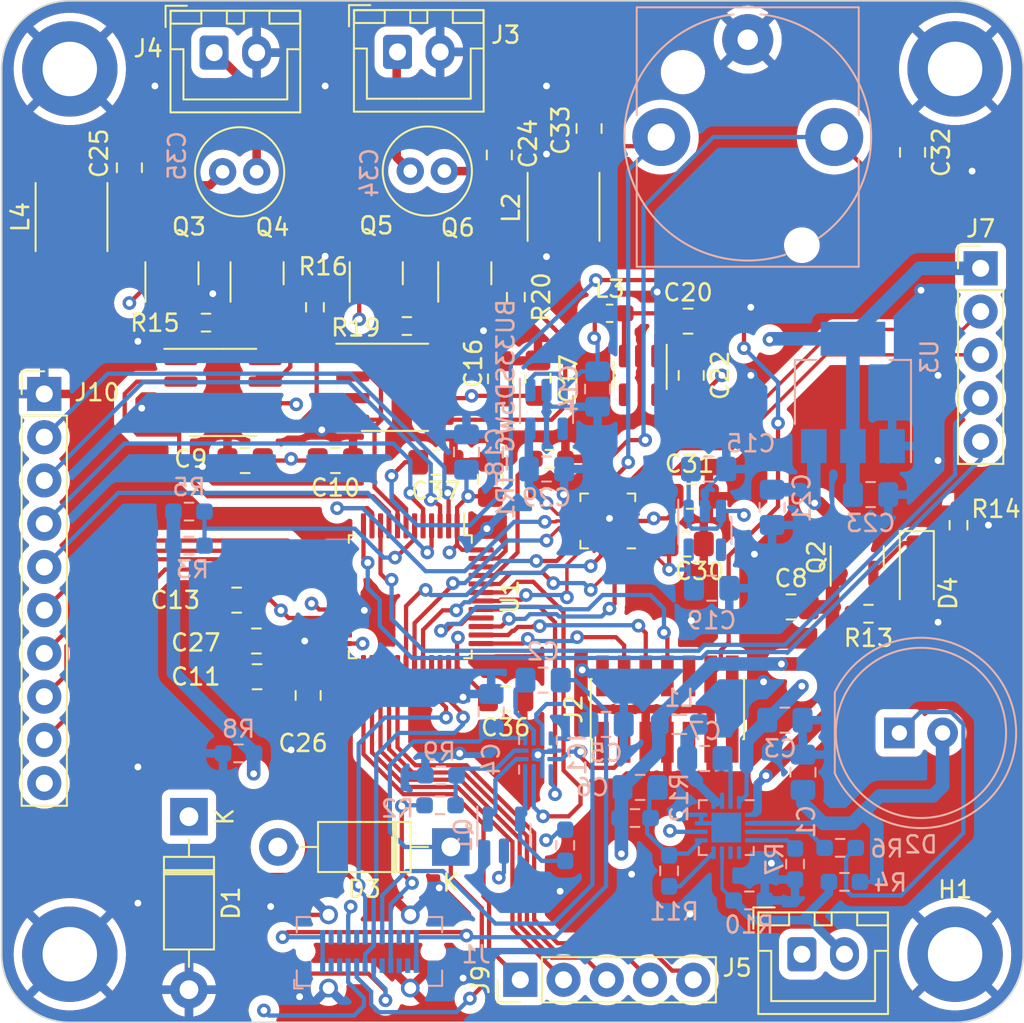
<source format=kicad_pcb>
(kicad_pcb (version 20240108) (generator "pcbnew") (generator_version "8.0")
  (layers (0 "F.Cu" signal) (1 "In1.Cu" signal) (2 "In2.Cu" signal) (31 "B.Cu" signal) (34 "B.Paste" user) (35 "F.Paste" user) (36 "B.SilkS" user "B.Silkscreen") (37 "F.SilkS" user "F.Silkscreen") (38 "B.Mask" user) (39 "F.Mask" user) (44 "Edge.Cuts" user))
  (net 0 "")
  (net 1 "Net-(BQ25306RTET1-STAT)")
  (net 2 "Net-(BQ25306RTET1-ICHG)")
  (net 5 "V_BAT-")
  (net 6 "Net-(BQ25306RTET1-FB_GND)")
  (net 7 "Net-(BQ25306RTET1-FB)")
  (net 8 "V_BAT+")
  (net 9 "Net-(BQ25306RTET1-SW-Pad13)")
  (net 10 "Net-(BQ25306RTET1-BTST)")
  (net 11 "V_SYS")
  (net 14 "1.8V")
  (net 15 "5V")
  (net 17 "3.3VDC")
  (net 18 "Net-(BU33SD5WG-TR2-VIN)")
  (net 20 "3.3VAC")
  (net 21 "Net-(IC1-IN_GD)")
  (net 22 "UCPD_CC1")
  (net 23 "Net-(D2-K)")
  (net 24 "Net-(D4-K)")
  (net 25 "Net-(D4-A)")
  (net 26 "Net-(IC1-GATE)")
  (net 27 "Net-(IC1-SOURCE)")
  (net 28 "Net-(D1-K)")
  (net 29 "Net-(Q3-G)")
  (net 30 "Net-(IC1-VBUS_CTRL)")
  (net 31 "Net-(Q4-G)")
  (net 32 "LINEOUT_R")
  (net 33 "LINEOUT_L")
  (net 34 "A Encodeur 1")
  (net 35 "B Encodeur 1")
  (net 36 "A Encodeur 2")
  (net 37 "B Encodeur 2")
  (net 38 "V_sense")
  (net 39 "REGN")
  (net 40 "OUT_L")
  (net 41 "OUT_R")
  (net 42 "band1")
  (net 43 "SYS_MCLK")
  (net 44 "LIGHT")
  (net 46 "TIM3_CH1")
  (net 47 "TIM3_CH2")
  (net 48 "TIM3_CH3")
  (net 49 "TIM3_CH4")
  (net 51 "EQ_BAND_BTN")
  (net 52 "band3")
  (net 53 "Potar_volume")
  (net 54 "band2")
  (net 55 "I2S_SCLK")
  (net 56 "I2S_LRCLK")
  (net 57 "I2S_DIN")
  (net 58 "USB_DM")
  (net 59 "USB_DP")
  (net 60 "I2S_DOUT")
  (net 61 "CTRL_DATA")
  (net 62 "Net-(C2-Pad1)")
  (net 63 "UCPD_CC2")
  (net 64 "CTRL_CLK")
  (net 68 "STM32_CC2")
  (net 69 "NRST")
  (net 70 "Net-(C24-Pad1)")
  (net 71 "Net-(C25-Pad1)")
  (net 75 "GND")
  (net 77 "Net-(J3-Pin_1)")
  (net 78 "Net-(J4-Pin_1)")
  (net 79 "LINEIN_R")
  (net 80 "LINEIN_L")
  (net 81 "V_AMPLIFIER_L")
  (net 82 "Net-(Q5-G)")
  (net 83 "Net-(Q6-G)")
  (net 84 "V_HO_R")
  (net 85 "V_LO_R")
  (net 86 "V_HO_L")
  (net 87 "V_LO_L")
  (net 90 "band0")
  (net 91 "V_AMPLIFIER_R")
  (net 92 "VBUS")
  (net 94 "SWDIO")
  (net 105 "SWCLK")
  (net 106 "SWO")
  (net 111 "Net-(U1-PB8)")
  (net 114 "STM32_CC1")
  (footprint "Resistor_SMD:R_0603_1608Metric_Pad0.98x0.95mm_HandSolder" (layer "F.Cu") (at 156.2 91.9)
    (property "Reference" "R17" (hide yes))
    (property "Value" "510" (hide yes))
  )
  (footprint "Capacitor_SMD:C_0805_2012Metric_Pad1.18x1.45mm_HandSolder" (layer "F.Cu") (at 131.5 74.8 90)
    (property "Reference" "C25")
    (property "Value" "10u" (hide yes))
  )
  (footprint "Package_TO_SOT_SMD:SOT-23" (layer "F.Cu") (at 174.25 97.6875 90)
    (property "Reference" "Q2")
    (property "Value" "SI2303CDS-T1-GE3" (hide yes))
  )
  (footprint "Inductor_SMD:L_Vishay_IFSC-1515AH_4x4x1.8mm" (layer "F.Cu") (at 128.1 77.7 90)
    (property "Reference" "L4")
    (property "Value" "6u3")
  )
  (footprint "Package_SO:SOIC-8_3.9x4.9mm_P1.27mm" (layer "F.Cu") (at 147.1 87.7)
    (property "Reference" "UCC27325DR2" (hide yes))
    (property "Value" "~")
  )
  (footprint "Capacitor_SMD:C_0805_2012Metric_Pad1.18x1.45mm_HandSolder" (layer "F.Cu") (at 164.314 83.813)
    (property "Reference" "C20")
    (property "Value" "1u")
  )
  (footprint "Package_TO_SOT_SMD:SOT-23" (layer "F.Cu") (at 139 81 90)
    (property "Reference" "Q4")
    (property "Value" "SI2303CDS-T1-GE3" (hide yes))
  )
  (footprint "Resistor_SMD:R_0603_1608Metric_Pad0.98x0.95mm_HandSolder" (layer "F.Cu") (at 136 83.9 180)
    (property "Reference" "R15")
    (property "Value" "10" (hide yes))
  )
  (footprint "Capacitor_SMD:C_0805_2012Metric_Pad1.18x1.45mm_HandSolder" (layer "F.Cu") (at 158.5 72.5 90)
    (property "Reference" "C33")
    (property "Value" "10u" (hide yes))
  )
  (footprint "Capacitor_SMD:C_0805_2012Metric_Pad1.18x1.45mm_HandSolder" (layer "F.Cu") (at 137.8 100.2 180)
    (property "Reference" "C13")
    (property "Value" "100n")
  )
  (footprint "Connector_JST:JST_XH_B2B-XH-A_1x02_P2.50mm_Vertical" (layer "F.Cu") (at 136.475 68.04)
    (property "Reference" "J4")
    (property "Value" "Conn_01x02" (hide yes))
  )
  (footprint "Package_TO_SOT_SMD:SOT-23" (layer "F.Cu") (at 146 81 90)
    (property "Reference" "Q5")
    (property "Value" "SI2304DDS-T1-GE3")
  )
  (footprint "Capacitor_SMD:C_0805_2012Metric_Pad1.18x1.45mm_HandSolder" (layer "F.Cu") (at 153.3 87.2 -90)
    (property "Reference" "C16")
    (property "Value" "0.1u")
  )
  (footprint "Connector_PinHeader_2.54mm:PinHeader_1x05_P2.54mm_Vertical" (layer "F.Cu") (at 181.5 80.71)
    (property "Reference" "J7")
    (property "Value" "Conn_01x05" (hide yes))
  )
  (footprint "Capacitor_THT:C_Radial_D5.0mm_H11.0mm_P2.00mm" (layer "F.Cu") (at 150 75 180)
    (property "Reference" "C34")
    (property "Value" "100u")
  )
  (footprint "Connector_JST:JST_XH_B2B-XH-A_1x02_P2.50mm_Vertical" (layer "F.Cu") (at 171 121)
    (property "Reference" "J5")
    (property "Value" "Conn_01x02" (hide yes))
  )
  (footprint "Package_QFP:LQFP-48_7x7mm_P0.5mm" (layer "F.Cu") (at 148 100 -90)
    (property "Reference" "U1")
    (property "Value" "STM32G491CETx (x=6)" (hide yes))
  )
  (footprint "Package_DFN_QFN:QFN-20-1EP_3x3mm_P0.4mm_EP1.65x1.65mm" (layer "F.Cu") (at 159.6 95.55 180)
    (property "Reference" "U2" (hide yes))
    (property "Value" "SGTL5000XNLA3")
  )
  (footprint "Diode_THT:D_DO-41_SOD81_P10.16mm_Horizontal" (layer "F.Cu") (at 135 112.92 -90)
    (property "Reference" "D1")
    (property "Value" "1N5817")
  )
  (footprint "MountingHole:MountingHole_3.2mm_M3_DIN965_Pad" (layer "F.Cu") (at 128 69)
    (property "Reference" "H4" (hide yes))
    (property "Value" "MountingHole_Pad" (hide yes))
  )
  (footprint "Package_SO:SOIC-8_3.9x4.9mm_P1.27mm" (layer "F.Cu") (at 137 88)
    (property "Reference" "UCC27325DR1" (hide yes))
    (property "Value" "~" (hide yes))
  )
  (footprint "Capacitor_SMD:C_0805_2012Metric_Pad1.18x1.45mm_HandSolder" (layer "F.Cu") (at 138.3 92)
    (property "Reference" "C9")
    (property "Value" "0.1u" (hide yes))
  )
  (footprint "Capacitor_THT:C_Radial_D5.0mm_H11.0mm_P2.00mm" (layer "F.Cu") (at 136.975 75.04)
    (property "Reference" "C35")
    (property "Value" "100u")
  )
  (footprint "Capacitor_SMD:C_0805_2012Metric_Pad1.18x1.45mm_HandSolder" (layer "F.Cu") (at 164.5 94.1)
    (property "Reference" "C31")
    (property "Value" "100n")
  )
  (footprint "Inductor_SMD:L_Vishay_IFSC-1515AH_4x4x1.8mm" (layer "F.Cu") (at 157 77.1 90)
    (property "Reference" "L2")
    (property "Value" "6u3")
  )
  (footprint "Resistor_SMD:R_0603_1608Metric_Pad0.98x0.95mm_HandSolder" (layer "F.Cu") (at 147.8 84.1 180)
    (property "Reference" "R19")
    (property "Value" "10" (hide yes))
  )
  (footprint "MountingHole:MountingHole_3.2mm_M3_DIN965_Pad" (layer "F.Cu") (at 128 121)
    (property "Reference" "H2" (hide yes))
    (property "Value" "MountingHole_Pad" (hide yes))
  )
  (footprint "Capacitor_SMD:C_0805_2012Metric_Pad1.18x1.45mm_HandSolder" (layer "F.Cu") (at 143.6 92 180)
    (property "Reference" "C10")
    (property "Value" "1.0u" (hide yes))
  )
  (footprint "Resistor_SMD:R_0603_1608Metric_Pad0.98x0.95mm_HandSolder" (layer "F.Cu") (at 180.2 95.8 -90)
    (property "Reference" "R14")
    (property "Value" "10k" (hide yes))
  )
  (footprint "Capacitor_SMD:C_0805_2012Metric_Pad1.18x1.45mm_HandSolder" (layer "F.Cu") (at 164.2 96.9)
    (property "Reference" "C30")
    (property "Value" "100n" (hide yes))
  )
  (footprint "Connector_PinHeader_2.54mm:PinHeader_1x10_P2.54mm_Vertical" (layer "F.Cu") (at 126.5 88.09)
    (property "Reference" "J10")
    (property "Value" "Conn_01x10" (hide yes))
  )
  (footprint "Inductor_SMD:L_0603_1608Metric_Pad1.05x0.95mm_HandSolder" (layer "F.Cu") (at 159.711 83.352)
    (property "Reference" "L3")
    (property "Value" "39n")
  )
  (footprint "Connector_JST:JST_XH_B2B-XH-A_1x02_P2.50mm_Vertical" (layer "F.Cu") (at 147.25 68)
    (property "Reference" "J3")
    (property "Value" "Conn_01x02" (hide yes))
  )
  (footprint "MountingHole:MountingHole_3.2mm_M3_DIN965_Pad" (layer "F.Cu") (at 180 121)
    (property "Reference" "H1")
    (property "Value" "MountingHole_Pad" (hide yes))
  )
  (footprint "Resistor_SMD:R_0603_1608Metric_Pad0.98x0.95mm_HandSolder" (layer "F.Cu") (at 142.4 83 90)
    (property "Reference" "R16")
    (property "Value" "10" (hide yes))
  )
  (footprint "Capacitor_SMD:C_0805_2012Metric_Pad1.18x1.45mm_HandSolder" (layer "F.Cu") (at 153.6 106 180)
    (property "Reference" "C36")
    (property "Value" "100n")
  )
  (footprint "Connector_PinHeader_1.27mm:PinHeader_2x07_P1.27mm_Vertical_SMD" (layer "F.Cu") (at 163.1 106.6 90)
    (property "Reference" "J2")
    (property "Value" "Conn_ST_STDC14")
  )
  (footprint "Capacitor_SMD:C_0805_2012Metric_Pad1.18x1.45mm_HandSolder" (layer "F.Cu") (at 149.5 92.1 180)
    (property "Reference" "C37")
    (property "Value" "100n")
  )
  (footprint "Resistor_SMD:R_0603_1608Metric_Pad0.98x0.95mm_HandSolder" (layer "F.Cu") (at 154.2 82.4 90)
    (property "Reference" "R20")
    (property "Value" "10" (hide yes))
  )
  (footprint "Capacitor_SMD:C_0805_2012Metric_Pad1.18x1.45mm_HandSolder" (layer "F.Cu") (at 138.9625 102.6)
    (property "Reference" "C27")
    (property "Value" "100n")
  )
  (footprint "Capacitor_SMD:C_0805_2012Metric_Pad1.18x1.45mm_HandSolder" (layer "F.Cu") (at 153.229 74.054 90)
    (property "Reference" "C24")
    (property "Value" "10u" (hide yes))
  )
  (footprint "Capacitor_SMD:C_0805_2012Metric_Pad1.18x1.45mm_HandSolder" (layer "F.Cu") (at 170.3625 100.6)
    (property "Reference" "C8")
    (property "Value" "10u" (hide yes))
  )
  (footprint "Package_TO_SOT_SMD:SOT-23" (layer "F.Cu") (at 134 81 90)
    (property "Reference" "Q3")
    (property "Value" "SI2304DDS-T1-GE3" (hide yes))
  )
  (footprint "Resistor_SMD:R_0603_1608Metric_Pad0.98x0.95mm_HandSolder" (layer "F.Cu") (at 174.9125 101 180)
    (property "Reference" "R13")
    (property "Value" "1k" (hide yes))
  )
  (footprint "Package_TO_SOT_SMD:SOT-23-5" (layer "F.Cu") (at 161.5 87 -90)
    (property "Reference" "BU33SD5WG-TR2" (hide yes))
    (property "Value" "LM1117DT-3.3")
  )
  (footprint "Diode_THT:D_DO-41_SOD81_P10.16mm_Horizontal" (layer "F.Cu") (at 150.38 114.7 180)
    (property "Reference" "D3")
    (property "Value" "1N5817")
  )
  (footprint "Capacitor_SMD:C_0805_2012Metric_Pad1.18x1.45mm_HandSolder" (layer "F.Cu") (at 177.5 73.9 -90)
    (property "Reference" "C32")
    (property "Value" "10u")
  )
  (footprint "Capacitor_SMD:C_0805_2012Metric_Pad1.18x1.45mm_HandSolder" (layer "F.Cu") (at 139 104.7)
    (property "Reference" "C11")
    (property "Value" "100n")
  )
  (footprint "Capacitor_SMD:C_0805_2012Metric_Pad1.18x1.45mm_HandSolder" (layer "F.Cu") (at 142 105.8 90)
    (property "Reference" "C26")
    (property "Value" "100n")
  )
  (footprint "Package_TO_SOT_SMD:SOT-23" (layer "F.Cu") (at 151.2 81 90)
    (property "Reference" "Q6")
    (property "Value" "SI2303CDS-T1-GE3" (hide yes))
  )
  (footprint "Capacitor_SMD:C_0805_2012Metric_Pad1.18x1.45mm_HandSolder" (layer "F.Cu") (at 155.5 87.1625 -90)
    (property "Reference" "C17")
    (property "Value" "1.0u")
  )
  (footprint "Capacitor_SMD:C_0805_2012Metric_Pad1.18x1.45mm_HandSolder" (layer "F.Cu") (at 152.7 93.1 -90)
    (property "Reference" "C12" (hide yes))
    (property "Value" "4u7")
  )
  (footprint "Capacitor_SMD:C_0805_2012Metric_Pad1.18x1.45mm_HandSolder" (layer "F.Cu") (at 164.5 87 90)
    (property "Reference" "C22")
    (property "Value" "1u" (hide yes))
  )
  (footprint "Diode_SMD:D_SOD-123" (layer "F.Cu") (at 177.75 98.5 -90)
    (property "Reference" "D4")
    (property "Value" "1N4148W" (hide yes))
  )
  (footprint "Connector_PinHeader_2.54mm:PinHeader_1x05_P2.54mm_Vertical" (layer "F.Cu") (at 154.46 122.5 90)
    (property "Reference" "J9")
    (property "Value" "Conn_01x05" (hide yes))
  )
  (footprint "MountingHole:MountingHole_3.2mm_M3_DIN965_Pad" (layer "F.Cu") (at 180 69)
    (property "Reference" "H3" (hide yes))
    (property "Value" "MountingHole_Pad" (hide yes))
  )
  (footprint "Package_TO_SOT_SMD:SOT-23-5" (layer "B.Cu") (at 156 89 -90)
    (property "Reference" "BU33SD5WG-TR1")
    (property "Value" "LM1117DT-3.3")
  )
  (footprint "Connector_USB:USB_C_Receptacle_GCT_USB4115-03-C" (layer "B.Cu") (at 145.6 120.835)
    (property "Reference" "J1")
    (property "Value" "USB_C_Receptacle" (hide yes))
  )
  (footprint "Capacitor_SMD:C_0805_2012Metric_Pad1.18x1.45mm_HandSolder" (layer "B.Cu") (at 170 107.25)
    (property "Reference" "C3")
    (property "Value" "10u" (hide yes))
  )
  (footprint "LED_THT:LED_D10.0mm" (layer "B.Cu") (at 176.725 108)
    (property "Reference" "D2")
    (property "Value" "LED_Small" (hide yes))
  )
  (footprint "Capacitor_SMD:C_0805_2012Metric_Pad1.18x1.45mm_HandSolder" (layer "B.Cu") (at 151.3 91.5 90)
    (property "Reference" "C18")
    (property "Value" "1u")
  )
  (footprint "Capacitor_SMD:C_0805_2012Metric_Pad1.18x1.45mm_HandSolder" (layer "B.Cu") (at 165.7 99.5)
    (property "Reference" "C19")
    (property "Value" "1u" (hide yes))
  )
  (footprint "Package_DFN_QFN:LQFN-12-1EP_2x2mm_P0.5mm_EP0.7x0.7mm" (layer "B.Cu") (at 155.5 109.2875 90)
    (property "Reference" "IC1")
    (property "Value" "TCPP01-M12")
  )
  (footprint "Resistor_SMD:R_0603_1608Metric_Pad0.98x0.95mm_HandSolder" (layer "B.Cu") (at 135 97 180)
    (property "Reference" "R3")
    (property "Value" "~" (hide yes))
  )
  (footprint "Package_TO_SOT_SMD:SOT-23" (layer "B.Cu") (at 153.5 114 -90)
    (property "Reference" "Q1")
    (property "Value" "SI2304DDS-T1-GE3")
  )
  (footprint "Resistor_SMD:R_0603_1608Metric_Pad0.98x0.95mm_HandSolder" (layer "B.Cu") (at 170.6 115.7 -90)
    (property "Reference" "R7")
    (property "Value" "23.2k" (hide yes))
  )
  (footprint "Capacitor_SMD:C_0805_2012Metric_Pad1.18x1.45mm_HandSolder" (layer "B.Cu") (at 175.0375 94)
    (property "Reference" "C23")
    (property "Value" "22uF")
  )
  (footprint "Package_DFN_QFN:WQFN-16-1EP_3x3mm_P0.5mm_EP1.75x1.75mm" (layer "B.Cu") (at 166.56 113.56 180)
    (property "Reference" "BQ25306RTET1" (hide yes))
    (property "Value" "~" (hide yes))
  )
  (footprint "Capacitor_SMD:C_0805_2012Metric_Pad1.18x1.45mm_HandSolder" (layer "B.Cu") (at 171.062 110.311 -90)
    (property "Reference" "C1")
    (property "Value" "2.2u" (hide yes))
  )
  (footprint "Resistor_SMD:R_0603_1608Metric_Pad0.98x0.95mm_HandSolder" (layer "B.Cu") (at 173.25 114.75)
    (property "Reference" "R6")
    (property "Value" "1k" (hide yes))
  )
  (footprint "Capacitor_SMD:C_0805_2012Metric_Pad1.18x1.45mm_HandSolder" (layer "B.Cu") (at 169.25 94.75 -90)
    (property "Reference" "C21")
    (property "Value" "10uF" (hide yes))
  )
  (footprint "Capacitor_SMD:C_0805_2012Metric_Pad1.18x1.45mm_HandSolder" (layer "B.Cu") (at 155.8 104.9 180)
    (property "Reference" "C2")
    (property "Value" "10u")
  )
  (footprint "Resistor_SMD:R_0603_1608Metric_Pad0.98x0.95mm_HandSolder" (layer "B.Cu") (at 157.1 114.6 90)
    (property "Reference" "R1" (hide yes))
    (property "Value" "~")
  )
  (footprint "Capacitor_SMD:C_0805_2012Metric_Pad1.18x1.45mm_HandSolder" (layer "B.Cu") (at 159.5 107.5)
    (property "Reference" "C5")
    (property "Value" "10u" (hide yes))
  )
  (footprint "Capacitor_SMD:C_0805_2012Metric_Pad1.18x1.45mm_HandSolder" (layer "B.Cu") (at 165.524092 92.5)
    (property "Reference" "C15")
    (property "Value" "1u" (hide yes))
  )
  (footprint "Resistor_SMD:R_0603_1608Metric_Pad0.98x0.95mm_HandSolder" (layer "B.Cu") (at 163.2 116.1 90)
    (property "Reference" "R11")
    (property "Value" "200k" (hide yes))
  )
  (footprint "Resistor_SMD:R_0603_1608Metric_Pad0.98x0.95mm_HandSolder" (layer "B.Cu") (at 161.2 113)
    (property "Reference" "R12")
    (property "Value" "1M1")
  )
  (footprint "Resistor_SMD:R_0603_1608Metric_Pad0.98x0.95mm_HandSolder" (layer "B.Cu") (at 137.9125 109.2 180)
    (property "Reference" "R8")
    (property "Value" "~")
  )
  (footprint "Resistor_SMD:R_0603_1608Metric_Pad0.98x0.95mm_HandSolder" (layer "B.Cu") (at 149.75 112.25)
    (property "Reference" "R2")
    (property "Value" "~" (hide yes))
  )
  (footprint "Capacitor_SMD:C_0805_2012Metric_Pad1.18x1.45mm_HandSolder" (layer "B.Cu") (at 159 87.8 -90)
    (property "Reference" "C14")
    (property "Value" "1u")
  )
  (footprint "Package_TO_SOT_SMD:SOT-223-3_TabPin2" (layer "B.Cu") (at 174 88 90)
    (property "Reference" "U3")
    (property "Value" "AZ1117-5.0")
  )
  (footprint "Capacitor_SMD:C_0805_2012Metric_Pad1.18x1.45mm_HandSolder" (layer "B.Cu") (at 156 92.5)
    (property "Reference" "C29")
    (property "Value" "100n")
  )
  (footprint "Capacitor_SMD:C_0805_2012Metric_Pad1.18x1.45mm_HandSolder" (layer "B.Cu") (at 165.3 109.5 180)
    (property "Reference" "C7")
    (property "Value" "47nF" (hide yes))
  )
  (footprint "Capacitor_SMD:C_0805_2012Metric_Pad1.18x1.45mm_HandSolder" (layer "B.Cu") (at 152.75 106.75 90)
    (property "Reference" "C4")
    (property "Value" "10u")
  )
  (footprint "Connector_Audio:Jack_6.35mm_Neutrik_NJ3FD-V_Vertical" (layer "B.Cu") (at 167.82 67.28 180)
    (property "Reference" "J8" (hide yes))
    (property "Value" "AudioJack3" (hide yes))
  )
  (footprint "Package_TO_SOT_SMD:SOT-23-5" (layer "B.Cu") (at 165.3 96.1 -90)
    (property "Reference" "BU18SD5WG-TR1" (hide yes))
    (property "Value" "LM1117DT-3.3" (hide yes))
  )
  (footprint "Resistor_SMD:R_0603_1608Metric_Pad0.98x0.95mm_HandSolder" (layer "B.Cu") (at 167.91 117.839)
    (property "Reference" "R10")
    (property "Value" "23.2k" (hide yes))
  )
  (footprint "Resistor_SMD:R_0603_1608Metric_Pad0.98x0.95mm_HandSolder" (layer "B.Cu") (at 135 95 180)
    (property "Reference" "R5")
    (property "Value" "~")
  )
  (footprint "Capacitor_SMD:C_0805_2012Metric_Pad1.18x1.45mm_HandSolder" (layer "B.Cu") (at 161.5 111.2)
    (property "Reference" "C6")
    (property "Value" "470u" (hide yes))
  )
  (footprint "Resistor_SMD:R_0603_1608Metric_Pad0.98x0.95mm_HandSolder" (layer "B.Cu") (at 149.8 110.5 180)
    (property "Reference" "R9")
    (property "Value" "~" (hide yes))
  )
  (footprint "Inductor_SMD:L_0805_2012Metric_Pad1.05x1.20mm_HandSolder" (layer "B.Cu") (at 163.8 107.5 180)
    (property "Reference" "L1")
    (property "Value" "2.2u" (hide yes))
  )
  (footprint "Resistor_SMD:R_0603_1608Metric_Pad0.98x0.95mm_HandSolder" (layer "B.Cu") (at 173.5 116.75 180)
    (property "Reference" "R4")
    (property "Value" "4.5k")
  )
  (gr_arc (start 184 121) (mid 182.828427 123.828427) (end 180 125) (stroke (width 0.1)) (layer "Edge.Cuts"))
  (gr_line (start 180 125) (end 128 125) (stroke (width 0.1)) (layer "Edge.Cuts"))
  (gr_line (start 124 121) (end 124 69) (stroke (width 0.1)) (layer "Edge.Cuts"))
  (gr_arc (start 124 69) (mid 125.171573 66.171573) (end 128 65) (stroke (width 0.1)) (layer "Edge.Cuts"))
  (gr_arc (start 180 65) (mid 182.828427 66.171573) (end 184 69) (stroke (width 0.1)) (layer "Edge.Cuts"))
  (gr_line (start 128 65) (end 180 65) (stroke (width 0.1)) (layer "Edge.Cuts"))
  (gr_arc (start 128 125) (mid 125.171573 123.828427) (end 124 121) (stroke (width 0.1)) (layer "Edge.Cuts"))
  (gr_line (start 184 69) (end 184 121) (stroke (width 0.1)) (layer "Edge.Cuts"))
  (segment (start 172.3375 114.75) (end 171.3975 113.81) (width 0.25) (layer "B.Cu") (net 1))
  (segment (start 171.3975 113.81) (end 168.035 113.81) (width 0.25) (layer "B.Cu") (net 1))
  (segment (start 170.1225 114.31) (end 170.6 114.7875) (width 0.25) (layer "B.Cu") (net 2))
  (segment (start 168.035 114.31) (end 170.1225 114.31) (width 0.25) (layer "B.Cu") (net 2))
  (segment (start 173.5 121) (end 171.5 119) (width 0.5) (layer "B.Cu") (net 5))
  (segment (start 171 119) (end 168.1585 119) (width 0.5) (layer "B.Cu") (net 5))
  (segment (start 166.31 115.035) (end 166.31 117.1515) (width 0.2) (layer "B.Cu") (net 5))
  (segment (start 168.1585 119) (end 166.9975 117.839) (width 0.5) (layer "B.Cu") (net 5))
  (segment (start 166.31 117.1515) (end 166.9975 117.839) (width 0.2) (layer "B.Cu") (net 5))
  (segment (start 171.5 119) (end 171 119) (width 0.5) (layer "B.Cu") (net 5))
  (segment (start 172.5875 117.4125) (end 171 119) (width 0.5) (layer "B.Cu") (net 5))
  (segment (start 172.5875 116.75) (end 172.5875 117.4125) (width 0.5) (layer "B.Cu") (net 5))
  (segment (start 163.8325 117.0125) (end 165.81 115.035) (width 0.25) (layer "B.Cu") (net 6))
  (segment (start 163.2 117.0125) (end 163.8325 117.0125) (width 0.25) (layer "B.Cu") (net 6))
  (segment (start 163.3 115.0875) (end 164.3075 115.0875) (width 0.25) (layer "B.Cu") (net 7))
  (segment (start 163.2 115.1875) (end 163.3 115.0875) (width 0.25) (layer "B.Cu") (net 7))
  (segment (start 161.9125 113) (end 161.9125 113.9) (width 0.25) (layer "B.Cu") (net 7))
  (segment (start 161.9125 113.9) (end 163.2 115.1875) (width 0.25) (layer "B.Cu") (net 7))
  (segment (start 162.0375 111) (end 162.0375 112.875) (width 0.25) (layer "B.Cu") (net 7))
  (segment (start 162.0375 112.875) (end 161.9125 113) (width 0.25) (layer "B.Cu") (net 7))
  (segment (start 164.3075 115.0875) (end 165.085 114.31) (width 0.25) (layer "B.Cu") (net 7))
  (segment (start 169.8 103.95) (end 172.05 103.95) (width 0.8) (layer "F.Cu") (net 8))
  (segment (start 172.9 100.6) (end 171.4 100.6) (width 0.8) (layer "F.Cu") (net 8))
  (segment (start 172.8 103.2) (end 172.8 99.125) (width 0.8) (layer "F.Cu") (net 8))
  (segment (start 172.05 103.95) (end 172.8 103.2) (width 0.8) (layer "F.Cu") (net 8))
  (segment (start 172.8 99.125) (end 173.3 98.625) (width 0.8) (layer "F.Cu") (net 8))
  (via (at 169.8 103.95) (size 0.8) (drill 0.4) (layers "F.Cu" "B.Cu") (net 8))
  (via (at 163.25 113.75) (size 0.8) (drill 0.4) (layers "F.Cu" "B.Cu") (net 8))
  (via (at 160.4 115.1) (size 0.8) (drill 0.4) (layers "F.Cu" "B.Cu") (net 8))
  (segment (start 162.6 107.1) (end 165.75 103.95) (width 0.8) (layer "B.Cu") (net 8))
  (segment (start 162.6 109.0625) (end 162.6 107.1) (width 0.8) (layer "B.Cu") (net 8))
  (segment (start 163.31 113.81) (end 165.085 113.81) (width 0.25) (layer "B.Cu") (net 8))
  (segment (start 165.75 103.95) (end 169.8 103.95) (width 0.8) (layer "B.Cu") (net 8))
  (segment (start 163.25 113.75) (end 163.31 113.81) (width 0.25) (layer "B.Cu") (net 8))
  (segment (start 160.4625 111.2) (end 162.6 109.0625) (width 0.8) (layer "B.Cu") (net 8))
  (segment (start 160.4 111.2625) (end 160.4625 111.2) (width 0.8) (layer "B.Cu") (net 8))
  (segment (start 160.4 115.1) (end 160.4 111.2625) (width 0.8) (layer "B.Cu") (net 8))
  (segment (start 164.8 110.885) (end 164.8 110.8) (width 0.5) (layer "B.Cu") (net 9))
  (segment (start 164.2625 108.1875) (end 164.95 107.5) (width 0.8) (layer "B.Cu") (net 9))
  (segment (start 166.31 112.085) (end 165.81 112.085) (width 0.25) (layer "B.Cu") (net 9))
  (segment (start 166.31 112.085) (end 166.31 111.6225) (width 0.25) (layer "B.Cu") (net 9))
  (segment (start 164.2625 110.2625) (end 164.2625 108.1875) (width 0.8) (layer "B.Cu") (net 9))
  (segment (start 164.8 110.8) (end 164.2625 110.2625) (width 0.8) (layer "B.Cu") (net 9))
  (segment (start 166 112.085) (end 164.8 110.885) (width 0.5) (layer "B.Cu") (net 9))
  (segment (start 166.81 109.9725) (end 166.3375 109.5) (width 0.25) (layer "B.Cu") (net 10))
  (segment (start 166.81 112.085) (end 166.81 109.9725) (width 0.25) (layer "B.Cu") (net 10))
  (segment (start 133.05 81.9375) (end 132.3125 81.9375) (width 0.25) (layer "F.Cu") (net 11))
  (segment (start 145 83.7) (end 145 81.9875) (width 0.25) (layer "F.Cu") (net 11))
  (segment (start 145 81.9875) (end 145.05 81.9375) (width 0.25) (layer "F.Cu") (net 11))
  (segment (start 172 94.5) (end 171.75 94.5) (width 0.8) (layer "F.Cu") (net 11))
  (segment (start 132.3125 81.9375) (end 131.5 82.75) (width 0.25) (layer "F.Cu") (net 11))
  (segment (start 174.25 96.75) (end 172 94.5) (width 0.8) (layer "F.Cu") (net 11))
  (via (at 171.75 94.5) (size 0.8) (drill 0.4) (layers "F.Cu" "B.Cu") (net 11))
  (via (at 171 105.25) (size 0.8) (drill 0.4) (layers "F.Cu" "B.Cu") (net 11))
  (via (at 145 83.7) (size 0.8) (drill 0.4) (layers "F.Cu" "B.Cu") (net 11))
  (via (at 131.5 82.75) (size 0.8) (drill 0.4) (layers "F.Cu" "B.Cu") (net 11))
  (segment (start 168.9625 107.25) (end 169 107.25) (width 0.8) (layer "B.Cu") (net 11))
  (segment (start 171.7 91.15) (end 171.7 94.45) (width 0.8) (layer "B.Cu") (net 11))
  (segment (start 169 107.25) (end 171 105.25) (width 0.8) (layer "B.Cu") (net 11))
  (segment (start 167.75 110) (end 167.75 111.645) (width 0.25) (layer "B.Cu") (net 11))
  (segment (start 169.25 93.7125) (end 170.9625 93.7125) (width 0.8) (layer "B.Cu") (net 11))
  (segment (start 167.75 108.4625) (end 168.9625 107.25) (width 0.8) (layer "B.Cu") (net 11))
  (segment (start 167.75 111.645) (end 167.31 112.085) (width 0.25) (layer "B.Cu") (net 11))
  (segment (start 171.7 94.45) (end 171.75 94.5) (width 0.25) (layer "B.Cu") (net 11))
  (segment (start 170.9625 93.7125) (end 171.75 94.5) (width 0.8) (layer "B.Cu") (net 11))
  (segment (start 167.75 110) (end 167.75 108.4625) (width 0.8) (layer "B.Cu") (net 11))
  (segment (start 163.2 98.4) (end 163.2 96.9375) (width 0.25) (layer "F.Cu") (net 14))
  (segment (start 163.2 98.4) (end 161.8 97) (width 0.2) (layer "F.Cu") (net 14))
  (segment (start 161.8 97) (end 160.4 97) (width 0.2) (layer "F.Cu") (net 14))
  (segment (start 163.2 96.9375) (end 163.1625 96.9) (width 0.25) (layer "F.Cu") (net 14))
  (via (at 163.2 98.4) (size 0.8) (drill 0.4) (layers "F.Cu" "B.Cu") (net 14))
  (segment (start 164.35 98.4) (end 163.2 98.4) (width 0.25) (layer "B.Cu") (net 14))
  (segment (start 164.35 99.1875) (end 164.6625 99.5) (width 0.25) (layer "B.Cu") (net 14))
  (segment (start 164.187 99.5) (end 164.6625 99.5) (width 0.25) (layer "B.Cu") (net 14))
  (segment (start 164.35 97.2375) (end 164.35 98.4) (width 0.25) (layer "B.Cu") (net 14))
  (segment (start 164.35 98.4) (end 164.35 99.1875) (width 0.25) (layer "B.Cu") (net 14))
  (segment (start 163.2 98.4) (end 163.3 98.4) (width 0.25) (layer "B.Cu") (net 14))
  (segment (start 151.6 88.3) (end 151.6 88.2) (width 0.25) (layer "F.Cu") (net 15))
  (segment (start 141.1 92) (end 142.5625 92) (width 0.25) (layer "F.Cu") (net 15))
  (segment (start 140.9 92) (end 141 91.9) (width 0.25) (layer "F.Cu") (net 15))
  (segment (start 158.836 84.764) (end 158.8 84.8) (width 0.25) (layer "F.Cu") (net 15))
  (segment (start 158.8 84.8) (end 158.836 84.836) (width 0.25) (layer "F.Cu") (net 15))
  (segment (start 140.8 88.635) (end 141.3 88.7) (width 0.25) (layer "F.Cu") (net 15))
  (segment (start 141.235 88.635) (end 141.3 88.7) (width 0.25) (layer "F.Cu") (net 15))
  (segment (start 158.836 83.352) (end 158.836 84.764) (width 0.25) (layer "F.Cu") (net 15))
  (segment (start 139.475 88.635) (end 140.8 88.635) (width 0.25) (layer "F.Cu") (net 15))
  (segment (start 151.6 88.2) (end 151.7 88.2) (width 0.25) (layer "F.Cu") (net 15))
  (segment (start 155.5 88.2) (end 151.6 88.2) (width 0.25) (layer "F.Cu") (net 15))
  (segment (start 139.3375 92) (end 140.9 92) (width 0.25) (layer "F.Cu") (net 15))
  (segment (start 141 91.9) (end 141.1 92) (width 0.25) (layer "F.Cu") (net 15))
  (segment (start 151.565 88.335) (end 151.6 88.3) (width 0.25) (layer "F.Cu") (net 15))
  (segment (start 140.865 88.635) (end 141.235 88.635) (width 0.25) (layer "F.Cu") (net 15))
  (segment (start 149.575 88.335) (end 151.565 88.335) (width 0.25) (layer "F.Cu") (net 15))
  (segment (start 151.7 88.2) (end 151.6 88.3) (width 0.25) (layer "F.Cu") (net 15))
  (segment (start 158.836 84.836) (end 158.836 84.936) (width 0.25) (layer "F.Cu") (net 15))
  (via (at 158.8 84.8) (size 0.8) (drill 0.4) (layers "F.Cu" "B.Cu") (net 15))
  (via (at 151.6 88.2) (size 0.8) (drill 0.4) (layers "F.Cu" "B.Cu") (net 15))
  (via (at 141 91.9) (size 0.8) (drill 0.4) (layers "F.Cu" "B.Cu") (net 15))
  (via (at 141.3 88.7) (size 0.8) (drill 0.4) (layers "F.Cu" "B.Cu") (net 15))
  (via (at 169.1 84.9) (size 0.8) (drill 0.4) (layers "F.Cu" "B.Cu") (net 15))
  (segment (start 155.350001 86.9) (end 156.649999 86.9) (width 0.25) (layer "B.Cu") (net 15))
  (segment (start 174 84.85) (end 174 84.621141) (width 0.8) (layer "B.Cu") (net 15))
  (segment (start 156.649999 86.9) (end 156.95 87.200001) (width 0.25) (layer "B.Cu") (net 15))
  (segment (start 174 84.621141) (end 177.911141 80.71) (width 0.8) (layer "B.Cu") (net 15))
  (segment (start 156.95 87.200001) (end 156.95 87.8625) (width 0.25) (layer "B.Cu") (net 15))
  (segment (start 159 86.7625) (end 159 85) (width 0.25) (layer "B.Cu") (net 15))
  (segment (start 174 91.15) (end 174 94) (width 0.8) (layer "B.Cu") (net 15))
  (segment (start 174 84.85) (end 169.15 84.85) (width 0.8) (layer "B.Cu") (net 15))
  (segment (start 177.911141 80.71) (end 181.5 80.71) (width 0.8) (layer "B.Cu") (net 15))
  (segment (start 159 85) (end 158.8 84.8) (width 0.25) (layer "B.Cu") (net 15))
  (segment (start 155.05 87.8625) (end 155.05 87.200001) (width 0.25) (layer "B.Cu") (net 15))
  (segment (start 156.95 87.8625) (end 158.05 86.7625) (width 0.25) (layer "B.Cu") (net 15))
  (segment (start 169.15 84.85) (end 169.1 84.9) (width 0.8) (layer "B.Cu") (net 15))
  (segment (start 174 84.85) (end 174 91.15) (width 0.8) (layer "B.Cu") (net 15))
  (segment (start 158.05 86.7625) (end 159 86.7625) (width 0.25) (layer "B.Cu") (net 15))
  (segment (start 155.05 87.200001) (end 155.350001 86.9) (width 0.25) (layer "B.Cu") (net 15))
  (segment (start 152.2 106) (end 152.5625 106) (width 0.25) (layer "F.Cu") (net 17))
  (segment (start 151.05 97.25) (end 152.1625 97.25) (width 0.25) (layer "F.Cu") (net 17))
  (segment (start 143.8375 102.75) (end 145.2 102.75) (width 0.25) (layer "F.Cu") (net 17))
  (segment (start 152.6625 94.1) (end 152.7 94.1375) (width 0.25) (layer "F.Cu") (net 17))
  (segment (start 145.2 102.75) (end 145.35 102.75) (width 0.25) (layer "F.Cu") (net 17))
  (segment (start 142.2 100.3) (end 142.2 100.3) (width 0.25) (layer "F.Cu") (net 17))
  (segment (start 142.3 100.4) (end 142.2 100.4) (width 0.25) (layer "F.Cu") (net 17))
  (segment (start 142 104.7625) (end 140.1 104.7625) (width 0.5) (layer "F.Cu") (net 17))
  (segment (start 140 102.6) (end 140 104.6625) (width 0.5) (layer "F.Cu") (net 17))
  (segment (start 156 94.5) (end 156.65 95.15) (width 0.2) (layer "F.Cu") (net 17))
  (segment (start 150.7625 104.1625) (end 152.5625 105.9625) (width 0.25) (layer "F.Cu") (net 17))
  (segment (start 142.2 100.4) (end 142.2 100.3) (width 0.25) (layer "F.Cu") (net 17))
  (segment (start 150.75 96.95) (end 151.05 97.25) (width 0.25) (layer "F.Cu") (net 17))
  (segment (start 140 104.6625) (end 140.0375 104.7) (width 0.25) (layer "F.Cu") (net 17))
  (segment (start 150.75 94.75) (end 150.75 95.8375) (width 0.25) (layer "F.Cu") (net 17))
  (segment (start 150.8 102.6) (end 150.8 102.4) (width 0.25) (layer "F.Cu") (net 17))
  (segment (start 159.96 110.05) (end 160.56 109.45) (width 0.25) (layer "F.Cu") (net 17))
  (segment (start 150.75 96.95) (end 150.75 95.8375) (width 0.25) (layer "F.Cu") (net 17))
  (segment (start 142 104.5875) (end 143.8375 102.75) (width 0.25) (layer "F.Cu") (net 17))
  (segment (start 158 109.4) (end 158.62 110.02) (width 0.25) (layer "F.Cu") (net 17))
  (segment (start 160.56 109.45) (end 160.56 108.55) (width 0.25) (layer "F.Cu") (net 17))
  (segment (start 158 109.1) (end 158 109.4) (width 0.25) (layer "F.Cu") (net 17))
  (segment (start 158.62 110.02) (end 158.62 110.05) (width 0.25) (layer "F.Cu") (net 17))
  (segment (start 150.75 104.1625) (end 150.7625 104.1625) (width 0.25) (layer "F.Cu") (net 17))
  (segment (start 143.7875 102.7) (end 143.8375 102.75) (width 0.25) (layer "F.Cu") (net 17))
  (segment (start 142 104.7625) (end 142 104.5875) (width 0.25) (layer "F.Cu") (net 17))
  (segment (start 143.8375 100.75) (end 142.65 100.75) (width 0.25) (layer "F.Cu") (net 17))
  (segment (start 151.4 94.1) (end 152.6625 94.1) (width 0.25) (layer "F.Cu") (net 17))
  (segment (start 158.62 110.05) (end 159.96 110.05) (width 0.25) (layer "F.Cu") (net 17))
  (segment (start 140.1 104.7625) (end 140.0375 104.7) (width 0.25) (layer "F.Cu") (net 17))
  (segment (start 150.75 104.1625) (end 150.75 104.55) (width 0.25) (layer "F.Cu") (net 17))
  (segment (start 142.65 100.75) (end 142.3 100.4) (width 0.25) (layer "F.Cu") (net 17))
  (segment (start 150.3 97.4) (end 150.75 96.95) (width 0.25) (layer "F.Cu") (net 17))
  (segment (start 150.75 104.1625) (end 150.75 102.55) (width 0.25) (layer "F.Cu") (net 17))
  (segment (start 152.5625 105.9625) (end 152.5625 106) (width 0.25) (layer "F.Cu") (net 17))
  (segment (start 156.65 95.15) (end 158.15 95.15) (width 0.2) (layer "F.Cu") (net 17))
  (segment (start 151.4 94.1) (end 150.75 94.75) (width 0.25) (layer "F.Cu") (net 17))
  (via (at 151.4 94.1) (size 0.8) (drill 0.4) (layers "F.Cu" "B.Cu") (net 17))
  (via (at 142.2 100.4) (size 0.8) (drill 0.4) (layers "F.Cu" "B.Cu") (net 17))
  (via (at 150.3 97.4) (size 0.8) (drill 0.4) (layers "F.Cu" "B.Cu") (net 17))
  (via (at 150.8 102.4) (size 0.8) (drill 0.4) (layers "F.Cu" "B.Cu") (net 17))
  (via (at 156 94.5) (size 0.8) (drill 0.4) (layers "F.Cu" "B.Cu") (net 17))
  (via (at 145.2 102.75) (size 0.8) (drill 0.4) (layers "F.Cu" "B.Cu") (net 17))
  (via (at 158 109.1) (size 0.8) (drill 0.4) (layers "F.Cu" "B.Cu") (net 17))
  (via (at 167.6 95.2) (size 0.8) (drill 0.4) (layers "F.Cu" "B.Cu") (net 17))
  (segment (start 164.35 95.8) (end 164.35 94.9625) (width 0.25) (layer "B.Cu") (net 17))
  (segment (start 166.25 95.75) (end 166 96) (width 0.25) (layer "B.Cu") (net 17))
  (segment (start 166.25 94.9625) (end 167.3625 94.9625) (width 0.25) (layer "B.Cu") (net 17))
  (segment (start 167.3625 94.9625) (end 167.6 95.2) (width 0.25) (layer "B.Cu") (net 17))
  (segment (start 154.9625 92.5) (end 154.9625 93.4625) (width 0.5) (layer "B.Cu") (net 17))
  (segment (start 151.3 94) (end 151.3 92.5375) (width 0.25) (layer "B.Cu") (net 17))
  (segment (start 151.4 94.1) (end 151.3 94) (width 0.25) (layer "B.Cu") (net 17))
  (segment (start 154.9625 93.4625) (end 156 94.5) (width 0.5) (layer "B.Cu") (net 17))
  (segment (start 158 109.1) (end 157.36224 109.1) (width 0.25) (layer "B.Cu") (net 17))
  (segment (start 166 96) (end 164.55 96) (width 0.25) (layer "B.Cu") (net 17))
  (segment (start 164.35 94.9625) (end 164.35 92.636592) (width 0.25) (layer "B.Cu") (net 17))
  (segment (start 166.25 94.9625) (end 166.25 95.75) (width 0.25) (layer "B.Cu") (net 17))
  (segment (start 156.92474 109.5375) (end 156.4625 109.5375) (width 0.25) (layer "B.Cu") (net 17))
  (segment (start 154.9625 90.225) (end 155.05 90.1375) (width 0.25) (layer "B.Cu") (net 17))
  (segment (start 164.55 96) (end 164.35 95.8) (width 0.25) (layer "B.Cu") (net 17))
  (segment (start 154.9625 92.5) (end 154.9625 90.225) (width 0.5) (layer "B.Cu") (net 17))
  (segment (start 164.35 92.636592) (end 164.486592 92.5) (width 0.25) (layer "B.Cu") (net 17))
  (segment (start 157.36224 109.1) (end 156.92474 109.5375) (width 0.25) (layer "B.Cu") (net 17))
  (segment (start 162.45 84.6395) (end 163.2765 83.813) (width 0.25) (layer "F.Cu") (net 18))
  (segment (start 160.55 83.388) (end 160.586 83.352) (width 0.25) (layer "F.Cu") (net 18))
  (segment (start 162.45 85.8625) (end 162.45 84.6395) (width 0.25) (layer "F.Cu") (net 18))
  (segment (start 162.8155 83.352) (end 163.2765 83.813) (width 0.25) (layer "F.Cu") (net 18))
  (segment (start 160.55 85.8625) (end 160.55 83.388) (width 0.25) (layer "F.Cu") (net 18))
  (segment (start 162.45 85.8625) (end 162.436 85.8485) (width 0.25) (layer "F.Cu") (net 18))
  (segment (start 160.586 83.352) (end 162.8155 83.352) (width 0.25) (layer "F.Cu") (net 18))
  (segment (start 160.55 85.8625) (end 160.475 85.7875) (width 0.25) (layer "F.Cu") (net 18))
  (segment (start 162.4625 85.85) (end 162.45 85.8625) (width 0.25) (layer "F.Cu") (net 18))
  (segment (start 140.85 101.25) (end 143.8375 101.25) (width 0.25) (layer "F.Cu") (net 20))
  (segment (start 140.4 100.8) (end 140.85 101.25) (width 0.25) (layer "F.Cu") (net 20))
  (segment (start 139.8 100.2) (end 138.8375 100.2) (width 0.25) (layer "F.Cu") (net 20))
  (segment (start 162.3 95.4) (end 163.1 95.4) (width 0.25) (layer "F.Cu") (net 20))
  (segment (start 163.1 95.4) (end 163.4625 95.0375) (width 0.25) (layer "F.Cu") (net 20))
  (segment (start 165.2625 88.0375) (end 164.5 88.0375) (width 0.25) (layer "F.Cu") (net 20))
  (segment (start 162.45 88.1375) (end 164.4 88.1375) (width 0.25) (layer "F.Cu") (net 20))
  (segment (start 140.4 100.8) (end 139.8 100.2) (width 0.25) (layer "F.Cu") (net 20))
  (segment (start 166.3 87) (end 166.5 87.2) (width 0.25) (layer "F.Cu") (net 20))
  (segment (start 161.05 95.55) (end 162.15 95.55) (width 0.25) (layer "F.Cu") (net 20))
  (segment (start 162.15 95.55) (end 162.3 95.4) (width 0.25) (layer "F.Cu") (net 20))
  (segment (start 164.4 88.1375) (end 164.5 88.0375) (width 0.25) (layer "F.Cu") (net 20))
  (segment (start 166.3 87) (end 165.2625 88.0375) (width 0.25) (layer "F.Cu") (net 20))
  (segment (start 163.4625 95.0375) (end 163.4625 94.1) (width 0.25) (layer "F.Cu") (net 20))
  (segment (start 163.4625 94.1) (end 163.4625 93.6625) (width 0.25) (layer "F.Cu") (net 20))
  (via (at 166.3 87) (size 0.8) (drill 0.4) (layers "F.Cu" "B.Cu") (net 20))
  (via (at 162.3 95.4) (size 0.8) (drill 0.4) (layers "F.Cu" "B.Cu") (net 20))
  (via (at 140.4 100.8) (size 0.8) (drill 0.4) (layers "F.Cu" "B.Cu") (net 20))
  (segment (start 155.25 107.86276) (end 155.25 108.325) (width 0.25) (layer "B.Cu") (net 21))
  (segment (start 154.2 106.81276) (end 155.25 107.86276) (width 0.25) (layer "B.Cu") (net 21))
  (segment (start 154.2 105.4625) (end 154.2 106.81276) (width 0.25) (layer "B.Cu") (net 21))
  (segment (start 154.7625 104.9) (end 154.2 105.4625) (width 0.25) (layer "B.Cu") (net 21))
  (segment (start 150.38 116.48) (end 152.2 118.3) (width 0.25) (layer "F.Cu") (net 22))
  (segment (start 150.38 114.7) (end 150.38 116.48) (width 0.25) (layer "F.Cu") (net 22))
  (segment (start 152.2 122.9) (end 151.5 123.6) (width 0.25) (layer "F.Cu") (net 22))
  (segment (start 152.2 118.3) (end 152.2 122.9) (width 0.25) (layer "F.Cu") (net 22))
  (via (at 151.5 123.6) (size 0.8) (drill 0.4) (layers "F.Cu" "B.Cu") (net 22))
  (segment (start 152.75 107.7875) (end 153.2625 108.3) (width 0.25) (layer "B.Cu") (net 22))
  (segment (start 147.7 114.7) (end 150.38 114.7) (width 0.25) (layer "B.Cu") (net 22))
  (segment (start 146.8 113.8) (end 147.7 114.7) (width 0.25) (layer "B.Cu") (net 22))
  (segment (start 153.2625 108.3) (end 154.725 108.3) (width 0.25) (layer "B.Cu") (net 22))
  (segment (start 150.7 124.4) (end 146.83595 124.4) (width 0.25) (layer "B.Cu") (net 22))
  (segment (start 145.7 123.952) (end 145.7 123.195) (width 0.25) (layer "B.Cu") (net 22))
  (segment (start 146.152 124.404) (end 145.7 123.952) (width 0.25) (layer "B.Cu") (net 22))
  (segment (start 146.83195 124.404) (end 146.152 124.404) (width 0.25) (layer "B.Cu") (net 22))
  (segment (start 145.7 123.195) (end 144.85 122.345) (width 0.25) (layer "B.Cu") (net 22))
  (segment (start 146.8 109.9) (end 146.8 113.8) (width 0.25) (layer "B.Cu") (net 22))
  (segment (start 152.0375 108.5) (end 148.2 108.5) (width 0.25) (layer "B.Cu") (net 22))
  (segment (start 154.725 108.3) (end 154.75 108.325) (width 0.25) (layer "B.Cu") (net 22))
  (segment (start 146.83595 124.4) (end 146.83195 124.404) (width 0.25) (layer "B.Cu") (net 22))
  (segment (start 151.5 123.6) (end 150.7 124.4) (width 0.25) (layer "B.Cu") (net 22))
  (segment (start 152.75 107.7875) (end 152.0375 108.5) (width 0.25) (layer "B.Cu") (net 22))
  (segment (start 144.85 122.345) (end 144.85 121.67) (width 0.25) (layer "B.Cu") (net 22))
  (segment (start 148.2 108.5) (end 146.8 109.9) (width 0.25) (layer "B.Cu") (net 22))
  (segment (start 173.922924 117.55) (end 176.819 117.55) (width 0.25) (layer "B.Cu") (net 23))
  (segment (start 177.95 106.775) (end 176.725 108) (width 0.25) (layer "B.Cu") (net 23))
  (segment (start 173.6 115.3125) (end 173.6 117.227076) (width 0.25) (layer "B.Cu") (net 23))
  (segment (start 179.772412 106.775) (end 177.95 106.775) (width 0.25) (layer "B.Cu") (net 23))
  (segment (start 174.1625 114.75) (end 173.6 115.3125) (width 0.25) (layer "B.Cu") (net 23))
  (segment (start 180.49 107.492588) (end 179.772412 106.775) (width 0.25) (layer "B.Cu") (net 23))
  (segment (start 173.6 117.227076) (end 173.922924 117.55) (width 0.25) (layer "B.Cu") (net 23))
  (segment (start 176.819 117.55) (end 180.49 113.879) (width 0.25) (layer "B.Cu") (net 23))
  (segment (start 180.49 113.879) (end 180.49 107.492588) (width 0.25) (layer "B.Cu") (net 23))
  (segment (start 176.975 96.85) (end 177.75 96.85) (width 0.25) (layer "F.Cu") (net 24))
  (segment (start 177.8875 96.7125) (end 177.75 96.85) (width 0.25) (layer "F.Cu") (net 24))
  (segment (start 175.2 98.625) (end 176.975 96.85) (width 0.25) (layer "F.Cu") (net 24))
  (segment (start 180.2 96.7125) (end 177.8875 96.7125) (width 0.25) (layer "F.Cu") (net 24))
  (segment (start 176.9 101) (end 177.75 100.15) (width 0.25) (layer "F.Cu") (net 25))
  (segment (start 175.825 101) (end 176.9 101) (width 0.25) (layer "F.Cu") (net 25))
  (segment (start 154.2125 109.5375) (end 153 110.75) (width 0.25) (layer "B.Cu") (net 26))
  (segment (start 153 112.6125) (end 152.55 113.0625) (width 0.25) (layer "B.Cu") (net 26))
  (segment (start 153 110.75) (end 153 112.6125) (width 0.25) (layer "B.Cu") (net 26))
  (segment (start 154.5375 109.5375) (end 154.2125 109.5375) (width 0.25) (layer "B.Cu") (net 26))
  (segment (start 156.8 115.5125) (end 155.7125 115.5125) (width 0.25) (layer "B.Cu") (net 27))
  (segment (start 155.7125 115.5125) (end 154.45 114.25) (width 0.25) (layer "B.Cu") (net 27))
  (segment (start 154.75 110.25) (end 154.75 112.7625) (width 0.25) (layer "B.Cu") (net 27))
  (segment (start 154.75 112.7625) (end 154.45 113.0625) (width 0.25) (layer "B.Cu") (net 27))
  (segment (start 154.45 114.25) (end 154.45 113.0625) (width 0.25) (layer "B.Cu") (net 27))
  (segment (start 147.5 116.208883) (end 148.102987 116.81187) (width 0.25) (layer "F.Cu") (net 28))
  (segment (start 147.5 112.3) (end 147.5 116.208883) (width 0.25) (layer "F.Cu") (net 28))
  (via (at 148.102987 116.81187) (size 0.8) (drill 0.4) (layers "F.Cu" "B.Cu") (net 28))
  (via (at 147.5 112.3) (size 0.8) (drill 0.4) (layers "F.Cu" "B.Cu") (net 28))
  (via (at 153.2 116.5) (size 0.8) (drill 0.4) (layers "F.Cu" "B.Cu") (net 28))
  (via (at 139.4 124.3) (size 0.8) (drill 0.4) (layers "F.Cu" "B.Cu") (net 28))
  (via (at 144.5 118.2) (size 0.8) (drill 0.4) (layers "F.Cu" "B.Cu") (net 28))
  (segment (start 145.275 124.025) (end 145.275 123.575) (width 0.25) (layer "B.Cu") (net 28))
  (segment (start 139.7 124.6) (end 144.7 124.6) (width 0.25) (layer "B.Cu") (net 28))
  (segment (start 146.85 121.67) (end 146.85 120) (width 0.25) (layer "B.Cu") (net 28))
  (segment (start 148.102987 116.81187) (end 146.85 118.064857) (width 0.25) (layer "B.Cu") (net 28))
  (segment (start 147.5 112.3) (end 147.7 112.2) (width 0.25) (layer "B.Cu") (net 28))
  (segment (start 145.275 123.575) (end 144.35 122.65) (width 0.25) (layer "B.Cu") (net 28))
  (segment (start 146.85 118.064857) (end 146.85 120) (width 0.25) (layer "B.Cu") (net 28))
  (segment (start 148.8375 112.25) (end 147.75 112.25) (width 0.25) (layer "B.Cu") (net 28))
  (segment (start 139.4 124.3) (end 139.7 124.6) (width 0.25) (layer "B.Cu") (net 28))
  (segment (start 153.5 116.2) (end 153.2 116.5) (width 0.25) (layer "B.Cu") (net 28))
  (segment (start 144.35 120) (end 144.35 118.75) (width 0.25) (layer "B.Cu") (net 28))
  (segment (start 144.5 118.2) (end 144.7 118.4) (width 0.25) (layer "B.Cu") (net 28))
  (segment (start 147.75 112.25) (end 147.5 112.3) (width 0.25) (layer "B.Cu") (net 28))
  (segment (start 140.417082 114.7) (end 140.22 114.7) (width 0.25) (layer "B.Cu") (net 28))
  (segment (start 144.35 118.75) (end 144.5 118.2) (width 0.25) (layer "B.Cu") (net 28))
  (segment (start 153.5 114.9375) (end 153.5 116.2) (width 0.25) (layer "B.Cu") (net 28))
  (segment (start 144.7 124.6) (end 145.275 124.025) (width 0.25) (layer "B.Cu") (net 28))
  (segment (start 141.2 114.7) (end 140.22 114.7) (width 0.5) (layer "B.Cu") (net 28))
  (segment (start 144.35 122.65) (end 144.35 121.67) (width 0.25) (layer "B.Cu") (net 28))
  (segment (start 134.95 83.7625) (end 134.95 82.0375) (width 0.25) (layer "F.Cu") (net 29))
  (segment (start 153.04896 110.1) (end 151.1125 110.1) (width 0.25) (layer "B.Cu") (net 30))
  (segment (start 154.11146 109.0375) (end 153.04896 110.1) (width 0.25) (layer "B.Cu") (net 30))
  (segment (start 154.5375 109.0375) (end 154.11146 109.0375) (width 0.25) (layer "B.Cu") (net 30))
  (segment (start 151.1125 110.1) (end 150.6625 110.55) (width 0.25) (layer "B.Cu") (net 30))
  (segment (start 150.6625 110.55) (end 150.6625 112.25) (width 0.25) (layer "B.Cu") (net 30))
  (segment (start 139.975 82.4025) (end 141.685 82.4025) (width 0.25) (layer "F.Cu") (net 31))
  (segment (start 141.685 82.4025) (end 142 82.0875) (width 0.25) (layer "F.Cu") (net 31))
  (segment (start 163.8 91.3) (end 161 94.1) (width 0.2) (layer "F.Cu") (net 32))
  (segment (start 172.41 85.79) (end 166.9 91.3) (width 0.2) (layer "F.Cu") (net 32))
  (segment (start 166.9 91.3) (end 163.8 91.3) (width 0.2) (layer "F.Cu") (net 32))
  (segment (start 181.5 85.79) (end 172.41 85.79) (width 0.2) (layer "F.Cu") (net 32))
  (segment (start 161 94.1) (end 160.4 94.1) (width 0.2) (layer "F.Cu") (net 32))
  (segment (start 160.682842 93.4) (end 163.157842 90.925) (width 0.2) (layer "F.Cu") (net 33))
  (segment (start 172.9 84.3) (end 180.45 84.3) (width 0.2) (layer "F.Cu") (net 33))
  (segment (start 163.157842 90.925) (end 166.275 90.925) (width 0.2) (layer "F.Cu") (net 33))
  (segment (start 160 93.613994) (end 160.213994 93.4) (width 0.2) (layer "F.Cu") (net 33))
  (segment (start 166.275 90.925) (end 172.9 84.3) (width 0.2) (layer "F.Cu") (net 33))
  (segment (start 160 94.1) (end 160 93.613994) (width 0.2) (layer "F.Cu") (net 33))
  (segment (start 180.45 84.3) (end 181.5 83.25) (width 0.2) (layer "F.Cu") (net 33))
  (segment (start 160.213994 93.4) (end 160.682842 93.4) (width 0.2) (layer "F.Cu") (net 33))
  (segment (start 150.25 95.8375) (end 150.25 93.95) (width 0.25) (layer "F.Cu") (net 34))
  (segment (start 150.25 93.95) (end 150.2 94) (width 0.25) (layer "F.Cu") (net 34))
  (via (at 150.2 93.9) (size 0.8) (drill 0.4) (layers "F.Cu" "B.Cu") (net 34))
  (segment (start 126.5 90.63) (end 130.23 86.9) (width 0.25) (layer "B.Cu") (net 34))
  (segment (start 150.2 93.9) (end 150.1 93.9) (width 0.25) (layer "B.Cu") (net 34))
  (segment (start 150.1 93.9) (end 150 93.8) (width 0.25) (layer "B.Cu") (net 34))
  (segment (start 150.1 93.8) (end 150.2 93.9) (width 0.25) (layer "B.Cu") (net 34))
  (segment (start 130.23 86.9) (end 144.5 86.9) (width 0.25) (layer "B.Cu") (net 34))
  (segment (start 144.5 86.9) (end 150 92.4) (width 0.25) (layer "B.Cu") (net 34))
  (segment (start 150 92.4) (end 150 93.8) (width 0.25) (layer "B.Cu") (net 34))
  (segment (start 150 93.8) (end 150.1 93.8) (width 0.25) (layer "B.Cu") (net 34))
  (segment (start 149.75 94.65) (end 149.2 94.3) (width 0.25) (layer "F.Cu") (net 35))
  (segment (start 149.75 95.8375) (end 149.75 94.65) (width 0.25) (layer "F.Cu") (net 35))
  (via (at 149.2 94.3) (size 0.8) (drill 0.4) (layers "F.Cu" "B.Cu") (net 35))
  (segment (start 126.53 93.17) (end 132.3 87.4) (width 0.25) (layer "B.Cu") (net 35))
  (segment (start 126.5 93.17) (end 126.53 93.17) (width 0.25) (layer "B.Cu") (net 35))
  (segment (start 132.3 87.4) (end 144.39896 87.4) (width 0.25) (layer "B.Cu") (net 35))
  (segment (start 144.39896 87.4) (end 149.2 92.20104) (width 0.25) (layer "B.Cu") (net 35))
  (segment (start 149.2 92.20104) (end 149.2 94.3) (width 0.25) (layer "B.Cu") (net 35))
  (segment (start 149.25 97.05) (end 149 97.3) (width 0.25) (layer "F.Cu") (net 36))
  (segment (start 149 97.3) (end 149 97.4) (width 0.25) (layer "F.Cu") (net 36))
  (segment (start 149.25 95.8375) (end 149.25 97.05) (width 0.25) (layer "F.Cu") (net 36))
  (segment (start 149 97.4) (end 148.9 97.4) (width 0.25) (layer "F.Cu") (net 36))
  (segment (start 148.9 97.4) (end 149 97.3) (width 0.25) (layer "F.Cu") (net 36))
  (via (at 149 97.4) (size 0.8) (drill 0.4) (layers "F.Cu" "B.Cu") (net 36))
  (segment (start 130.85 93.9) (end 126.5 98.25) (width 0.25) (layer "B.Cu") (net 36))
  (segment (start 149 97.4) (end 145.5 93.9) (width 0.25) (layer "B.Cu") (net 36))
  (segment (start 145.5 93.9) (end 130.85 93.9) (width 0.25) (layer "B.Cu") (net 36))
  (segment (start 148 93.9) (end 148.1 94) (width 0.25) (layer "F.Cu") (net 37))
  (segment (start 148.1 94.18995) (end 148 93.9) (width 0.25) (layer "F.Cu") (net 37))
  (segment (start 148.75 95.8375) (end 148.75 94.83995) (width 0.25) (layer "F.Cu") (net 37))
  (segment (start 148.75 94.83995) (end 148.1 94.18995) (width 0.25) (layer "F.Cu") (net 37))
  (via (at 148 93.9) (size 0.8) (drill 0.4) (layers "F.Cu" "B.Cu") (net 37))
  (segment (start 126.5 95.71) (end 131.21 91) (width 0.25) (layer "B.Cu") (net 37))
  (segment (start 131.21 91) (end 147 91) (width 0.25) (layer "B.Cu") (net 37))
  (segment (start 148 92) (end 148 93.9) (width 0.25) (layer "B.Cu") (net 37))
  (segment (start 147 91) (end 148 92) (width 0.25) (layer "B.Cu") (net 37))
  (segment (start 147.15741 97.7) (end 148.25 96.60741) (width 0.25) (layer "F.Cu") (net 38))
  (segment (start 147.1 97.7) (end 147.15741 97.7) (width 0.25) (layer "F.Cu") (net 38))
  (segment (start 148.25 96.60741) (end 148.25 95.8375) (width 0.25) (layer "F.Cu") (net 38))
  (via (at 147.1 97.7) (size 0.8) (drill 0.4) (layers "F.Cu" "B.Cu") (net 38))
  (segment (start 144.74099 96) (end 135.9125 96) (width 0.25) (layer "B.Cu") (net 38))
  (segment (start 135.9125 96) (end 135.9125 95) (width 0.25) (layer "B.Cu") (net 38))
  (segment (start 146.44099 97.7) (end 144.74099 96) (width 0.25) (layer "B.Cu") (net 38))
  (segment (start 147.1 97.7) (end 146.44099 97.7) (width 0.25) (layer "B.Cu") (net 38))
  (segment (start 135.9125 97) (end 135.9125 96) (width 0.25) (layer "B.Cu") (net 38))
  (segment (start 178.695 111.697) (end 179.265 111.127) (width 0.8) (layer "B.Cu") (net 39))
  (segment (start 168.035 113.31) (end 172.25 113.31) (width 0.3) (layer "B.Cu") (net 39))
  (segment (start 171.062 111.3485) (end 171.062 112.122) (width 0.8) (layer "B.Cu") (net 39))
  (segment (start 175.401 113.468) (end 175.401 116.599) (width 0.8) (layer "B.Cu") (net 39))
  (segment (start 175.568 111.697) (end 178.695 111.697) (width 0.8) (layer "B.Cu") (net 39))
  (segment (start 175.25 116.75) (end 175.401 116.599) (width 0.25) (layer "B.Cu") (net 39))
  (segment (start 174.4125 116.75) (end 175.25 116.75) (width 0.25) (layer "B.Cu") (net 39))
  (segment (start 172.25 113.31) (end 173.955 113.31) (width 0.8) (layer "B.Cu") (net 39))
  (segment (start 174.599 112.666) (end 175.568 111.697) (width 0.8) (layer "B.Cu") (net 39))
  (segment (start 171.062 112.122) (end 172.25 113.31) (width 0.8) (layer "B.Cu") (net 39))
  (segment (start 179.265 111.127) (end 179.265 108) (width 0.8) (layer "B.Cu") (net 39))
  (segment (start 173.955 113.31) (end 174.599 112.666) (width 0.8) (layer "B.Cu") (net 39))
  (segment (start 174.599 112.666) (end 175.401 113.468) (width 0.8) (layer "B.Cu") (net 39))
  (segment (start 145.665 87.065) (end 146.275 87.675) (width 0.25) (layer "F.Cu") (net 40))
  (segment (start 145.9 93.581195) (end 147.25 94.931195) (width 0.25) (layer "F.Cu") (net 40))
  (segment (start 146.305 89.605) (end 145.9 90.01) (width 0.25) (layer "F.Cu") (net 40))
  (segment (start 145.9 90.01) (end 145.9 93.581195) (width 0.25) (layer "F.Cu") (net 40))
  (segment (start 144.625 89.605) (end 146.305 89.605) (width 0.25) (layer "F.Cu") (net 40))
  (segment (start 147.25 94.931195) (end 147.25 95.8375) (width 0.25) (layer "F.Cu") (net 40))
  (segment (start 146.275 87.675) (end 146.275 89.575) (width 0.25) (layer "F.Cu") (net 40))
  (segment (start 144.625 87.065) (end 145.665 87.065) (width 0.25) (layer "F.Cu") (net 40))
  (segment (start 146.275 89.575) (end 146.305 89.605) (width 0.25) (layer "F.Cu") (net 40))
  (segment (start 134.425001 90.004999) (end 134.425001 90.471) (width 0.25) (layer "F.Cu") (net 41))
  (segment (start 131.225001 88.085) (end 131.945001 87.365) (width 0.25) (layer "F.Cu") (net 41))
  (segment (start 136.1 94.1) (end 145.817764 94.1) (width 0.25) (layer "F.Cu") (net 41))
  (segment (start 131.225001 89.71495) (end 131.225001 88.085) (width 0.25) (layer "F.Cu") (net 41))
  (segment (start 131.945001 87.365) (end 135.135 87.365) (width 0.25) (layer "F.Cu") (net 41))
  (segment (start 131.981051 90.471) (end 131.225001 89.71495) (width 0.25) (layer "F.Cu") (net 41))
  (segment (start 145.817764 94.1) (end 146.75 95.032236) (width 0.25) (layer "F.Cu") (net 41))
  (segment (start 134.425001 92.425001) (end 136.1 94.1) (width 0.25) (layer "F.Cu") (net 41))
  (segment (start 134.425001 90.471) (end 134.425001 92.425001) (width 0.25) (layer "F.Cu") (net 41))
  (segment (start 134.425001 90.471) (end 131.981051 90.471) (width 0.25) (layer "F.Cu") (net 41))
  (segment (start 146.75 95.032236) (end 146.75 95.8375) (width 0.25) (layer "F.Cu") (net 41))
  (segment (start 134.525 89.905) (end 134.425001 90.004999) (width 0.25) (layer "F.Cu") (net 41))
  (segment (start 154.85 119.14792) (end 154.85 114.046879) (width 0.25) (layer "F.Cu") (net 42))
  (segment (start 154.85 114.046879) (end 151.128121 110.325) (width 0.25) (layer "F.Cu") (net 42))
  (segment (start 148.12812 110.325) (end 146.75 108.94688) (width 0.25) (layer "F.Cu") (net 42))
  (segment (start 160.355 120.775) (end 156.47708 120.775) (width 0.25) (layer "F.Cu") (net 42))
  (segment (start 151.128121 110.325) (end 148.12812 110.325) (width 0.25) (layer "F.Cu") (net 42))
  (segment (start 146.75 108.94688) (end 146.75 104.1625) (width 0.25) (layer "F.Cu") (net 42))
  (segment (start 162.08 122.5) (end 160.355 120.775) (width 0.25) (layer "F.Cu") (net 42))
  (segment (start 156.47708 120.775) (end 154.85 119.14792) (width 0.25) (layer "F.Cu") (net 42))
  (segment (start 145.48241 94.8) (end 145.75 95.06759) (width 0.25) (layer "F.Cu") (net 43))
  (segment (start 155.9 95.6) (end 156.534314 95.6) (width 0.2) (layer "F.Cu") (net 43))
  (segment (start 156.534314 95.6) (end 156.584314 95.55) (width 0.2) (layer "F.Cu") (net 43))
  (segment (start 143.7 94.8) (end 145.48241 94.8) (width 0.25) (layer "F.Cu") (net 43))
  (segment (start 145.75 95.06759) (end 145.75 95.8375) (width 0.25) (layer "F.Cu") (net 43))
  (segment (start 156.584314 95.55) (end 158.15 95.55) (width 0.2) (layer "F.Cu") (net 43))
  (via (at 155.9 95.6) (size 0.8) (drill 0.4) (layers "F.Cu" "B.Cu") (net 43))
  (via (at 143.7 94.8) (size 0.8) (drill 0.4) (layers "F.Cu" "B.Cu") (net 43))
  (segment (start 151.2 98.5) (end 148.9 98.5) (width 0.25) (layer "B.Cu") (net 43))
  (segment (start 155.9 95.6) (end 154.1 95.6) (width 0.25) (layer "B.Cu") (net 43))
  (segment (start 154.1 95.6) (end 151.2 98.5) (width 0.25) (layer "B.Cu") (net 43))
  (segment (start 148.9 98.5) (end 145.2 94.8) (width 0.25) (layer "B.Cu") (net 43))
  (segment (start 145.2 94.8) (end 143.7 94.8) (width 0.25) (layer "B.Cu") (net 43))
  (segment (start 145.5 98) (end 145.25 97.75) (width 0.25) (layer "F.Cu") (net 44))
  (segment (start 145.25 97.75) (end 145.25 95.8375) (width 0.25) (layer "F.Cu") (net 44))
  (via (at 145.5 98) (size 0.8) (drill 0.4) (layers "F.Cu" "B.Cu") (net 44))
  (segment (start 170.089949 103.25) (end 170.135975 103.296025) (width 0.25) (layer "B.Cu") (net 44))
  (segment (start 170.135975 103.296025) (end 181.5 91.932) (width 0.25) (layer "B.Cu") (net 44))
  (segment (start 146.2 101.7) (end 148.1 103.6) (width 0.25) (layer "B.Cu") (net 44))
  (segment (start 165.460051 103.25) (end 170.089949 103.25) (width 0.25) (layer "B.Cu") (net 44))
  (segment (start 145.5 99.5) (end 146.2 100.2) (width 0.25) (layer "B.Cu") (net 44))
  (segment (start 165.110051 103.6) (end 165.460051 103.25) (width 0.25) (layer "B.Cu") (net 44))
  (segment (start 148.1 103.6) (end 165.110051 103.6) (width 0.25) (layer "B.Cu") (net 44))
  (segment (start 181.5 91.932) (end 181.5 90.87) (width 0.25) (layer "B.Cu") (net 44))
  (segment (start 146.2 100.2) (end 146.2 101.7) (width 0.25) (layer "B.Cu") (net 44))
  (segment (start 145.5 98) (end 145.5 99.5) (width 0.25) (layer "B.Cu") (net 44))
  (segment (start 130.59 96.7) (end 126.5 100.79) (width 0.25) (layer "F.Cu") (net 46))
  (segment (start 141.85104 97.75) (end 140.80104 96.7) (width 0.25) (layer "F.Cu") (net 46))
  (segment (start 140.80104 96.7) (end 130.59 96.7) (width 0.25) (layer "F.Cu") (net 46))
  (segment (start 143.8375 97.75) (end 141.85104 97.75) (width 0.25) (layer "F.Cu") (net 46))
  (segment (start 141.75 98.25) (end 140.8 97.3) (width 0.25) (layer "F.Cu") (net 47))
  (segment (start 127.9 101.93) (end 126.5 103.33) (width 0.25) (layer "F.Cu") (net 47))
  (segment (start 140.8 97.3) (end 130.6 97.3) (width 0.25) (layer "F.Cu") (net 47))
  (segment (start 127.9 100) (end 127.9 101.93) (width 0.25) (layer "F.Cu") (net 47))
  (segment (start 143.8375 98.25) (end 141.75 98.25) (width 0.25) (layer "F.Cu") (net 47))
  (segment (start 130.6 97.3) (end 127.9 100) (width 0.25) (layer "F.Cu") (net 47))
  (segment (start 143.8375 98.75) (end 141.64896 98.75) (width 0.25) (layer "F.Cu") (net 48))
  (segment (start 141.64896 98.75) (end 140.69896 97.8) (width 0.25) (layer "F.Cu") (net 48))
  (segment (start 127.8 102.9) (end 127.8 104.57) (width 0.25) (layer "F.Cu") (net 48))
  (segment (start 132.9 97.8) (end 127.8 102.9) (width 0.25) (layer "F.Cu") (net 48))
  (segment (start 140.69896 97.8) (end 132.9 97.8) (width 0.25) (layer "F.Cu") (net 48))
  (segment (start 127.8 104.57) (end 126.5 105.87) (width 0.25) (layer "F.Cu") (net 48))
  (segment (start 142.99259 99.175) (end 141.47292 99.175) (width 0.25) (layer "F.Cu") (net 49))
  (segment (start 143.8375 99.25) (end 143.06759 99.25) (width 0.25) (layer "F.Cu") (net 49))
  (segment (start 141.47292 99.175) (end 140.69792 98.4) (width 0.25) (layer "F.Cu") (net 49))
  (segment (start 144.642764 99.25) (end 143.8375 99.25) (width 0.25) (layer "F.Cu") (net 49))
  (segment (start 143.06759 99.25) (end 142.99259 99.175) (width 0.25) (layer "F.Cu") (net 49))
  (segment (start 128.225 103.775) (end 128.225 106.685) (width 0.25) (layer "F.Cu") (net 49))
  (segment (start 128.225 106.685) (end 126.5 108.41) (width 0.25) (layer "F.Cu") (net 49))
  (segment (start 133.6 98.4) (end 128.225 103.775) (width 0.25) (layer "F.Cu") (net 49))
  (segment (start 140.69792 98.4) (end 133.6 98.4) (width 0.25) (layer "F.Cu") (net 49))
  (segment (start 145.25 109.25) (end 147.6 111.6) (width 0.25) (layer "F.Cu") (net 51))
  (segment (start 150.55 111.6) (end 152.3 113.35) (width 0.25) (layer "F.Cu") (net 51))
  (segment (start 147.6 111.6) (end 150.55 111.6) (width 0.25) (layer "F.Cu") (net 51))
  (segment (start 145.25 104.1625) (end 145.25 109.25) (width 0.25) (layer "F.Cu") (net 51))
  (segment (start 152.3 117.6) (end 152.625 117.925) (width 0.25) (layer "F.Cu") (net 51))
  (segment (start 152.3 113.35) (end 152.3 117.6) (width 0.25) (layer "F.Cu") (net 51))
  (segment (start 152.625 120.665) (end 154.46 122.5) (width 0.25) (layer "F.Cu") (net 51))
  (segment (start 152.625 117.925) (end 152.625 120.665) (width 0.25) (layer "F.Cu") (net 51))
  (segment (start 145.75 109.14896) (end 145.75 104.1625) (width 0.25) (layer "F.Cu") (net 52))
  (segment (start 157 122.5) (end 154 119.5) (width 0.25) (layer "F.Cu") (net 52))
  (segment (start 150.776041 111.175) (end 147.77604 111.175) (width 0.25) (layer "F.Cu") (net 52))
  (segment (start 154 114.398959) (end 150.776041 111.175) (width 0.25) (layer "F.Cu") (net 52))
  (segment (start 147.77604 111.175) (end 145.75 109.14896) (width 0.25) (layer "F.Cu") (net 52))
  (segment (start 154 119.5) (end 154 114.398959) (width 0.25) (layer "F.Cu") (net 52))
  (segment (start 146.9 99) (end 146.6 99) (width 0.25) (layer "F.Cu") (net 53))
  (segment (start 146.25 98.65) (end 146.25 95.8375) (width 0.25) (layer "F.Cu") (net 53))
  (segment (start 146.6 99) (end 146.25 98.65) (width 0.25) (layer "F.Cu") (net 53))
  (via (at 146.9 99) (size 0.8) (drill 0.4) (layers "F.Cu" "B.Cu") (net 53))
  (segment (start 164.93401 103.175) (end 165.28401 102.825) (width 0.25) (layer "B.Cu") (net 53))
  (segment (start 148.775 103.175) (end 164.93401 103.175) (width 0.25) (layer "B.Cu") (net 53))
  (segment (start 180 89.83) (end 181.5 88.33) (width 0.25) (layer "B.Cu") (net 53))
  (segment (start 146.9 99) (end 146.9 101.3) (width 0.25) (layer "B.Cu") (net 53))
  (segment (start 146.9 101.3) (end 148.775 103.175) (width 0.25) (layer "B.Cu") (net 53))
  (segment (start 170.00596 102.825) (end 180 92.83096) (width 0.25) (layer "B.Cu") (net 53))
  (segment (start 180 92.83096) (end 180 89.83) (width 0.25) (layer "B.Cu") (net 53))
  (segment (start 165.28401 102.825) (end 170.00596 102.825) (width 0.25) (layer "B.Cu") (net 53))
  (segment (start 158.24 121.2) (end 156.30104 121.2) (width 0.25) (layer "F.Cu") (net 54))
  (segment (start 159.54 122.5) (end 158.24 121.2) (width 0.25) (layer "F.Cu") (net 54))
  (segment (start 154.425 114.222919) (end 150.952081 110.75) (width 0.25) (layer "F.Cu") (net 54))
  (segment (start 146.25 109.04792) (end 146.25 104.1625) (width 0.25) (layer "F.Cu") (net 54))
  (segment (start 150.952081 110.75) (end 147.95208 110.75) (width 0.25) (layer "F.Cu") (net 54))
  (segment (start 147.95208 110.75) (end 146.25 109.04792) (width 0.25) (layer "F.Cu") (net 54))
  (segment (start 154.425 119.32396) (end 154.425 114.222919) (width 0.25) (layer "F.Cu") (net 54))
  (segment (start 156.30104 121.2) (end 154.425 119.32396) (width 0.25) (layer "F.Cu") (net 54))
  (segment (start 148.9 99.6) (end 149 99.6) (width 0.25) (layer "F.Cu") (net 55))
  (segment (start 158.15 96.35) (end 156.6 97.9) (width 0.25) (layer "F.Cu") (net 55))
  (segment (start 147.75 104.1625) (end 147.75 100.55) (width 0.25) (layer "F.Cu") (net 55))
  (segment (start 147.75 100.55) (end 148.7 99.6) (width 0.25) (layer "F.Cu") (net 55))
  (segment (start 156.6 97.9) (end 155.4 97.9) (width 0.25) (layer "F.Cu") (net 55))
  (segment (start 148.7 99.6) (end 148.9 99.6) (width 0.25) (layer "F.Cu") (net 55))
  (via (at 148.9 99.6) (size 0.8) (drill 0.4) (layers "F.Cu" "B.Cu") (net 55))
  (via (at 155.4 97.9) (size 0.8) (drill 0.4) (layers "F.Cu" "B.Cu") (net 55))
  (segment (start 148.9 99.6) (end 149.2 99.9) (width 0.25) (layer "B.Cu") (net 55))
  (segment (start 149.2 99.9) (end 151.3 99.9) (width 0.25) (layer "B.Cu") (net 55))
  (segment (start 153.3 97.9) (end 155.4 97.9) (width 0.25) (layer "B.Cu") (net 55))
  (segment (start 151.3 99.9) (end 153.3 97.9) (width 0.25) (layer "B.Cu") (net 55))
  (segment (start 150.6 99.2) (end 150.5 99.3) (width 0.25) (layer "F.Cu") (net 56))
  (segment (start 158.15 95.95) (end 156.75 95.95) (width 0.2) (layer "F.Cu") (net 56))
  (segment (start 148.25 101.55) (end 150.5 99.3) (width 0.25) (layer "F.Cu") (net 56))
  (segment (start 156.75 95.95) (end 156 96.7) (width 0.2) (layer "F.Cu") (net 56))
  (segment (start 150.5 99.2) (end 150.6 99.2) (width 0.25) (layer "F.Cu") (net 56))
  (segment (start 148.25 104.1625) (end 148.25 101.55) (width 0.25) (layer "F.Cu") (net 56))
  (segment (start 150.5 99.3) (end 150.5 99.2) (width 0.25) (layer "F.Cu") (net 56))
  (via (at 156 96.7) (size 0.8) (drill 0.4) (layers "F.Cu" "B.Cu") (net 56))
  (via (at 150.5 99.2) (size 0.8) (drill 0.4) (layers "F.Cu" "B.Cu") (net 56))
  (segment (start 150.5 99.2) (end 151.2 99.2) (width 0.25) (layer "B.Cu") (net 56))
  (segment (start 153.7 96.7) (end 156 96.7) (width 0.25) (layer "B.Cu") (net 56))
  (segment (start 151.2 99.2) (end 153.7 96.7) (width 0.25) (layer "B.Cu") (net 56))
  (segment (start 149.9 100.8) (end 148.75 101.95) (width 0.25) (layer "F.Cu") (net 57))
  (segment (start 159.2 97) (end 159.2 97.6) (width 0.25) (layer "F.Cu") (net 57))
  (segment (start 148.75 101.95) (end 148.75 104.1625) (width 0.25) (layer "F.Cu") (net 57))
  (segment (start 159.2 97.6) (end 158.6 98.2) (width 0.25) (layer "F.Cu") (net 57))
  (segment (start 150.7 100.8) (end 149.9 100.8) (width 0.25) (layer "F.Cu") (net 57))
  (segment (start 150.7 100.8) (end 150.7 100.7) (width 0.25) (layer "F.Cu") (net 57))
  (via (at 158.6 98.2) (size 0.8) (drill 0.4) (layers "F.Cu" "B.Cu") (net 57))
  (via (at 150.7 100.8) (size 0.8) (drill 0.4) (layers "F.Cu" "B.Cu") (net 57))
  (segment (start 151.175 100.325) (end 151.47604 100.325) (width 0.25) (layer "B.Cu") (net 57))
  (segment (start 156.08995 98.2) (end 158.6 98.2) (width 0.25) (layer "B.Cu") (net 57))
  (segment (start 153.20104 98.6) (end 155.68995 98.6) (width 0.25) (layer "B.Cu") (net 57))
  (segment (start 151.47604 100.325) (end 153.20104 98.6) (width 0.25) (layer "B.Cu") (net 57))
  (segment (start 155.68995 98.6) (end 156.08995 98.2) (width 0.25) (layer "B.Cu") (net 57))
  (segment (start 150.7 100.8) (end 151.175 100.325) (width 0.25) (layer "B.Cu") (net 57))
  (segment (start 146.542 123.142) (end 145.535 122.135) (width 0.25) (layer "F.Cu") (net 58))
  (segment (start 139.735 122.135) (end 138.3 120.7) (width 0.25) (layer "F.Cu") (net 58))
  (segment (start 138.3 120.7) (end 138.3 117.7) (width 0.25) (layer "F.Cu") (net 58))
  (segment (start 145.535 122.135) (end 139.735 122.135) (width 0.25) (layer "F.Cu") (net 58))
  (segment (start 146.542 123.704) (end 146.542 123.142) (width 0.25) (layer "F.Cu") (net 58))
  (segment (start 138.3 117.7) (end 139.657 116.343) (width 0.25) (layer "F.Cu") (net 58))
  (segment (start 150.098775 106.499815) (end 149.25 105.65104) (width 0.25) (layer "F.Cu") (net 58))
  (segment (start 139.657 116.343) (end 144.363 116.343) (width 0.25) (layer "F.Cu") (net 58))
  (segment (start 149.25 105.65104) (end 149.25 104.1625) (width 0.25) (layer "F.Cu") (net 58))
  (segment (start 144.363 116.343) (end 144.967 116.947) (width 0.25) (layer "F.Cu") (net 58))
  (segment (start 150.098775 107.098775) (end 150.098775 106.499815) (width 0.25) (layer "F.Cu") (net 58))
  (via (at 146.542 123.704) (size 0.8) (drill 0.4) (layers "F.Cu" "B.Cu") (net 58))
  (via (at 144.967 116.947) (size 0.8) (drill 0.4) (layers "F.Cu" "B.Cu") (net 58))
  (via (at 150.098775 107.098775) (size 0.8) (drill 0.4) (layers "F.Cu" "B.Cu") (net 58))
  (segment (start 144.967 108.633) (end 144.967 116.947) (width 0.25) (layer "B.Cu") (net 58))
  (segment (start 145.35 117.58695) (end 144.967 117.20395) (width 0.25) (layer "B.Cu") (net 58))
  (segment (start 145.85 122.345) (end 146.542 123.037) (width 0.25) (layer "B.Cu") (net 58))
  (segment (start 146.542 123.037) (end 146.542 123.704) (width 0.25) (layer "B.Cu") (net 58))
  (segment (start 144.967 117.20395) (end 144.967 116.947) (width 0.25) (layer "B.Cu") (net 58))
  (segment (start 145.85 121.67) (end 145.85 122.345) (width 0.25) (layer "B.Cu") (net 58))
  (segment (start 146.501225 107.098775) (end 144.967 108.633) (width 0.25) (layer "B.Cu") (net 58))
  (segment (start 145.35 120) (end 145.35 117.58695) (width 0.25) (layer "B.Cu") (net 58))
  (segment (start 150.098775 107.098775) (end 146.501225 107.098775) (width 0.25) (layer "B.Cu") (net 58))
  (segment (start 151.1 107.0875) (end 151.1 106.9) (width 0.25) (layer "F.Cu") (net 59))
  (segment (start 151.1 106.9) (end 149.75 105.55) (width 0.25) (layer "F.Cu") (net 59))
  (segment (start 149.75 105.55) (end 149.75 104.1625) (width 0.25) (layer "F.Cu") (net 59))
  (via (at 151.1 107.0875) (size 0.8) (drill 0.4) (layers "F.Cu" "B.Cu") (net 59))
  (segment (start 151.1 107.0875) (end 151.1 107.5) (width 0.25) (layer "B.Cu") (net 59))
  (segment (start 145.35 121) (end 145.85 120.5) (width 0.25) (layer "B.Cu") (net 59))
  (segment (start 146 117.29286) (end 145.85 117.44286) (width 0.25) (layer "B.Cu") (net 59))
  (segment (start 145.35 121.67) (end 145.35 121) (width 0.25) (layer "B.Cu") (net 59))
  (segment (start 146 109.3) (end 146 117.29286) (width 0.25) (layer "B.Cu") (net 59))
  (segment (start 147.3 108) (end 146 109.3) (width 0.25) (layer "B.Cu") (net 59))
  (segment (start 145.85 120.5) (end 145.85 120) (width 0.25) (layer "B.Cu") (net 59))
  (segment (start 145.85 117.44286) (end 145.85 120) (width 0.25) (layer "B.Cu") (net 59))
  (segment (start 150.6 108) (end 147.3 108) (width 0.25) (layer "B.Cu") (net 59))
  (segment (start 151.1 107.5) (end 150.6 108) (width 0.25) (layer "B.Cu") (net 59))
  (segment (start 154.525 100.175) (end 153.32604 100.175) (width 0.25) (layer "F.Cu") (net 60))
  (segment (start 153.32604 100.175) (end 153.25104 100.25) (width 0.25) (layer "F.Cu") (net 60))
  (segment (start 158.3 97) (end 158.8 97) (width 0.2) (layer "F.Cu") (net 60))
  (segment (start 154.8 99.9) (end 154.525 100.175) (width 0.25) (layer "F.Cu") (net 60))
  (segment (start 153.25104 100.25) (end 152.1625 100.25) (width 0.25) (layer "F.Cu") (net 60))
  (segment (start 157.2 100.036504) (end 157.2 98.1) (width 0.2) (layer "F.Cu") (net 60))
  (segment (start 157.2 98.1) (end 158.3 97) (width 0.2) (layer "F.Cu") (net 60))
  (via (at 154.8 99.9) (size 0.8) (drill 0.4) (layers "F.Cu" "B.Cu") (net 60))
  (via (at 157.2 100.036504) (size 0.8) (drill 0.4) (layers "F.Cu" "B.Cu") (net 60))
  (segment (start 157.063496 99.9) (end 157.2 100.036504) (width 0.25) (layer "B.Cu") (net 60))
  (segment (start 154.8 99.9) (end 157.063496 99.9) (width 0.25) (layer "B.Cu") (net 60))
  (segment (start 156.4 99.2) (end 155.8 98.6) (width 0.25) (layer "F.Cu") (net 61))
  (segment (start 159.6 98.6) (end 159.6 97) (width 0.2) (layer "F.Cu") (net 61))
  (segment (start 158.6 99.6) (end 159.6 98.6) (width 0.2) (layer "F.Cu") (net 61))
  (segment (start 153.25 99.25) (end 152.1625 99.25) (width 0.25) (layer "F.Cu") (net 61))
  (segment (start 153.9 98.6) (end 153.25 99.25) (width 0.25) (layer "F.Cu") (net 61))
  (segment (start 155.8 98.6) (end 153.9 98.6) (width 0.25) (layer "F.Cu") (net 61))
  (via (at 158.6 99.6) (size 0.8) (drill 0.4) (layers "F.Cu" "B.Cu") (net 61))
  (via (at 156.4 99.2) (size 0.8) (drill 0.4) (layers "F.Cu" "B.Cu") (net 61))
  (segment (start 158.2 99.2) (end 156.4 99.2) (width 0.25) (layer "B.Cu") (net 61))
  (segment (start 158.6 99.6) (end 158.2 99.2) (width 0.25) (layer "B.Cu") (net 61))
  (segment (start 151.1 119.7) (end 151.3 119.9) (width 0.25) (layer "F.Cu") (net 62))
  (segment (start 140.5 120) (end 140.8 119.7) (width 0.25) (layer "F.Cu") (net 62))
  (segment (start 140.8 119.7) (end 151.1 119.7) (width 0.25) (layer "F.Cu") (net 62))
  (via (at 151.3 119.9) (size 0.8) (drill 0.4) (layers "F.Cu" "B.Cu") (net 62))
  (via (at 140.5 120) (size 0.8) (drill 0.4) (layers "F.Cu" "B.Cu") (net 62))
  (segment (start 157.7 104.9) (end 156.8375 104.9) (width 0.25) (layer "B.Cu") (net 62))
  (segment (start 159.5 106.7) (end 157.7 104.9) (width 0.25) (layer "B.Cu") (net 62))
  (segment (start 140.5 120) (end 142.85 120) (width 0.25) (layer "B.Cu") (net 62))
  (segment (start 159.5 117) (end 159.5 106.7) (width 0.25) (layer "B.Cu") (net 62))
  (segment (start 148.35 120) (end 151.2 120) (width 0.25) (layer "B.Cu") (net 62))
  (segment (start 156.5 120) (end 159.5 117) (width 0.25) (layer "B.Cu") (net 62))
  (segment (start 151.3 119.9) (end 151.4 120) (width 0.25) (layer "B.Cu") (net 62))
  (segment (start 151.4 120) (end 156.5 120) (width 0.25) (layer "B.Cu") (net 62))
  (segment (start 142.85 121.67) (end 142.85 120) (width 0.25) (layer "B.Cu") (net 62))
  (segment (start 151.2 120) (end 151.3 119.9) (width 0.25) (layer "B.Cu") (net 62))
  (segment (start 148.35 121.67) (end 148.35 120) (width 0.25) (layer "B.Cu") (net 62))
  (segment (start 158.7 116.9) (end 156.4 119.2) (width 0.25) (layer "B.Cu") (net 63))
  (segment (start 155.4 106.9) (end 156 106.3) (width 0.25) (layer "B.Cu") (net 63))
  (segment (start 155.4 107.2) (end 155.4 106.9) (width 0.25) (layer "B.Cu") (net 63))
  (segment (start 158.1 106.3) (end 158.7 106.9) (width 0.25) (layer "B.Cu") (net 63))
  (segment (start 153 119.2) (end 149.91187 116.11187) (width 0.25) (layer "B.Cu") (net 63))
  (segment (start 149.91187 116.11187) (end 147.782031 116.11187) (width 0.25) (layer "B.Cu") (net 63))
  (segment (start 158.7 106.9) (end 158.7 116.9) (width 0.25) (layer "B.Cu") (net 63))
  (segment (start 155.75 107.55) (end 155.4 107.2) (width 0.25) (layer "B.Cu") (net 63))
  (segment (start 156 106.3) (end 158.1 106.3) (width 0.25) (layer "B.Cu") (net 63))
  (segment (start 156.4 119.2) (end 153 119.2) (width 0.25) (layer "B.Cu") (net 63))
  (segment (start 155.75 108.325) (end 155.75 107.55) (width 0.25) (layer "B.Cu") (net 63))
  (segment (start 147.782031 116.11187) (end 146.35 117.543901) (width 0.25) (layer "B.Cu") (net 63))
  (segment (start 146.35 117.543901) (end 146.35 120) (width 0.25) (layer "B.Cu") (net 63))
  (segment (start 153.8 101.3) (end 153.35 101.75) (width 0.25) (layer "F.Cu") (net 64))
  (segment (start 153.35 101.75) (end 152.1625 101.75) (width 0.25) (layer "F.Cu") (net 64))
  (segment (start 159.7 100.7) (end 160 100.4) (width 0.25) (layer "F.Cu") (net 64))
  (segment (start 160 100.4) (end 160 97) (width 0.25) (layer "F.Cu") (net 64))
  (via (at 159.7 100.7) (size 0.8) (drill 0.4) (layers "F.Cu" "B.Cu") (net 64))
  (via (at 153.8 101.3) (size 0.8) (drill 0.4) (layers "F.Cu" "B.Cu") (net 64))
  (segment (start 156.597505 101.025) (end 155.02745 101.025) (width 0.25) (layer "B.Cu") (net 64))
  (segment (start 154.75245 101.3) (end 153.8 101.3) (width 0.25) (layer "B.Cu") (net 64))
  (segment (start 159.7 100.7) (end 159.238496 101.161504) (width 0.25) (layer "B.Cu") (net 64))
  (segment (start 156.734009 101.161504) (end 156.597505 101.025) (width 0.25) (layer "B.Cu") (net 64))
  (segment (start 155.02745 101.025) (end 154.75245 101.3) (width 0.25) (layer "B.Cu") (net 64))
  (segment (start 159.238496 101.161504) (end 156.734009 101.161504) (width 0.25) (layer "B.Cu") (net 64))
  (segment (start 156.5 111.6) (end 156.5 101.5) (width 0.25) (layer "F.Cu") (net 68))
  (segment (start 156.5 101.5) (end 155.6 100.6) (width 0.25) (layer "F.Cu") (net 68))
  (segment (start 153.502081 100.6) (end 153.352081 100.75) (width 0.25) (layer "F.Cu") (net 68))
  (segment (start 153.352081 100.75) (end 152.1625 100.75) (width 0.25) (layer "F.Cu") (net 68))
  (segment (start 155.6 100.6) (end 153.502081 100.6) (width 0.25) (layer "F.Cu") (net 68))
  (via (at 156.5 111.6) (size 0.8) (drill 0.4) (layers "F.Cu" "B.Cu") (net 68))
  (segment (start 156.5 111.21005) (end 156.25 110.96005) (width 0.25) (layer "B.Cu") (net 68))
  (segment (start 156.5 111.6) (end 156.5 111.21005) (width 0.25) (layer "B.Cu") (net 68))
  (segment (start 156.25 110.96005) (end 156.25 110.25) (width 0.25) (layer "B.Cu") (net 68))
  (segment (start 146.9 93.980155) (end 146.9 92.9) (width 0.25) (layer "F.Cu") (net 69))
  (segment (start 165.64 104.65) (end 166.24 104.05) (width 0.25) (layer "F.Cu") (net 69))
  (segment (start 169.6 89.8) (end 169.6 89.9) (width 0.25) (layer "F.Cu") (net 69))
  (segment (start 166.7 102.69) (end 166.7 97.6) (width 0.25) (layer "F.Cu") (net 69))
  (segment (start 169.6 94.7) (end 169.6 89.8) (width 0.25) (layer "F.Cu") (net 69))
  (segment (start 147.75 94.830155) (end 146.9 93.980155) (width 0.25) (layer "F.Cu") (net 69))
  (segment (start 165.41005 81.4) (end 167.6 83.58995) (width 0.25) (layer "F.Cu") (net 69))
  (segment (start 166.7 97.6) (end 169.6 94.7) (width 0.25) (layer "F.Cu") (net 69))
  (segment (start 158.9 81.4) (end 165.41005 81.4) (width 0.25) (layer "F.Cu") (net 69))
  (segment (start 146.9 92.9) (end 147.7 92.1) (width 0.25) (layer "F.Cu") (net 69))
  (segment (start 167.6 83.58995) (end 167.6 85.4) (width 0.25) (layer "F.Cu") (net 69))
  (segment (start 166.24 103.15) (end 166.7 102.69) (width 0.25) (layer "F.Cu") (net 69))
  (segment (start 147.7 92.1) (end 148.4625 92.1) (width 0.25) (layer "F.Cu") (net 69))
  (segment (start 166.24 104.05) (end 166.24 103.15) (width 0.25) (layer "F.Cu") (net 69))
  (segment (start 147.75 95.8375) (end 147.75 94.830155) (width 0.25) (layer "F.Cu") (net 69))
  (via (at 169.6 89.8) (size 0.8) (drill 0.4) (layers "F.Cu" "B.Cu") (net 69))
  (via (at 146.9 92.9) (size 0.8) (drill 0.4) (layers "F.Cu" "B.Cu") (net 69))
  (via (at 158.9 81.4) (size 0.8) (drill 0.4) (layers "F.Cu" "B.Cu") (net 69))
  (via (at 167.6 85.4) (size 0.8) (drill 0.4) (layers "F.Cu" "B.Cu") (net 69))
  (segment (start 153.9 86.6) (end 153.9 86.2) (width 0.25) (layer "B.Cu") (net 69))
  (segment (start 146.9 92.9) (end 146.9 94.31005) (width 0.25) (layer "B.Cu") (net 69))
  (segment (start 153.9 86.2) (end 158.9 81.4) (width 0.25) (layer "B.Cu") (net 69))
  (segment (start 169.6 89.8) (end 169.6 87.4) (width 0.25) (layer "B.Cu") (net 69))
  (segment (start 146.9 94.31005) (end 148.38995 95.8) (width 0.25) (layer "B.Cu") (net 69))
  (segment (start 151.5 95.8) (end 153.9 93.4) (width 0.25) (layer "B.Cu") (net 69))
  (segment (start 158.9 81.4) (end 158.7 81.4) (width 0.25) (layer "B.Cu") (net 69))
  (segment (start 153.9 93.4) (end 153.9 86.6) (width 0.25) (layer "B.Cu") (net 69))
  (segment (start 169.6 87.4) (end 167.6 85.4) (width 0.25) (layer "B.Cu") (net 69))
  (segment (start 148.38995 95.8) (end 151.5 95.8) (width 0.25) (layer "B.Cu") (net 69))
  (segment (start 156.4665 75.0915) (end 157 75.625) (width 0.5) (layer "F.Cu") (net 70))
  (segment (start 150 75) (end 153.1375 75) (width 0.5) (layer "F.Cu") (net 70))
  (segment (start 153.1375 75) (end 153.229 75.0915) (width 0.5) (layer "F.Cu") (net 70))
  (segment (start 153.229 75.0915) (end 156.4665 75.0915) (width 0.5) (layer "F.Cu") (net 70))
  (segment (start 136.975 75.081) (end 136.2185 75.8375) (width 0.5) (layer "F.Cu") (net 71))
  (segment (start 130.875 76.925) (end 128 76.925) (width 0.5) (layer "F.Cu") (net 71))
  (segment (start 136.975 75.04) (end 136.975 75.081) (width 0.25) (layer "F.Cu") (net 71))
  (segment (start 131.9625 75.8375) (end 130.875 76.925) (width 0.5) (layer "F.Cu") (net 71))
  (segment (start 136.2185 75.8375) (end 131.9625 75.8375) (width 0.5) (layer "F.Cu") (net 71))
  (segment (start 153 96) (end 153.6 96.6) (width 0.25) (layer "F.Cu") (net 75))
  (segment (start 178.28 67.28) (end 180 69) (width 0.25) (layer "F.Cu") (net 75))
  (segment (start 142.8 89.814448) (end 144.279448 88.335) (width 0.25) (layer "F.Cu") (net 75))
  (segment (start 150.25 105.05) (end 151.1 105.9) (width 0.25) (layer "F.Cu") (net 75))
  (segment (start 153.15 97.75) (end 152.1625 97.75) (width 0.25) (layer "F.Cu") (net 75))
  (segment (start 153.6 96.6) (end 153.6 97.3) (width 0.25) (layer "F.Cu") (net 75))
  (segment (start 144.6375 92.4) (end 145.107714 92.4) (width 0.25) (layer "F.Cu") (net 75))
  (segment (start 144.279448 88.335) (end 144.625 88.335) (width 0.25) (layer "F.Cu") (net 75))
  (segment (start 144.75 100.25) (end 143.8375 100.25) (width 0.25) (layer "F.Cu") (net 75))
  (segment (start 158.5 71.4625) (end 158.5 71.3) (width 0.25) (layer "F.Cu") (net 75))
  (segment (start 140.285 118.685) (end 143.2 118.685) (width 0.25) (layer "F.Cu") (net 75))
  (segment (start 148.115 118.685) (end 149.7 117.1) (width 0.25) (layer "F.Cu") (net 75))
  (segment (start 142.15 102.25) (end 141.8 102.6) (width 0.25) (layer "F.Cu") (net 75))
  (segment (start 148 118.685) (end 148.115 118.685) (width 0.25) (layer "F.Cu") (net 75))
  (segment (start 136.4 82.2) (end 136.5 82.1) (width 0.25) (layer "F.Cu") (net 75))
  (segment (start 180.7875 120.2125) (end 180 121) (width 0.25) (layer "F.Cu") (net 75))
  (segment (start 155.4625 86.1625) (end 155.5 86.125) (width 0.25) (layer "F.Cu") (net 75))
  (segment (start 150.25 104.1625) (end 150.25 105.05) (width 0.25) (layer "F.Cu") (net 75))
  (segment (start 136.5 82.1) (end 138.075 82.1) (width 0.25) (layer "F.Cu") (net 75))
  (segment (start 142.8 90.2) (end 142.8 89.814448) (width 0.25) (layer "F.Cu") (net 75))
  (segment (start 153.6 97.3) (end 153.15 97.75) (width 0.25) (layer "F.Cu") (net 75))
  (segment (start 143.8375 102.25) (end 142.15 102.25) (width 0.25) (layer "F.Cu") (net 75))
  (segment (start 139.8 118.2) (end 140.285 118.685) (width 0.25) (layer "F.Cu") (net 75))
  (segment (start 145.3 100.8) (end 144.75 100.25) (width 0.25) (layer "F.Cu") (net 75))
  (segment (start 157.75 94.75) (end 158.15 94.75) (width 0.2) (layer "F.Cu") (net 75))
  (segment (start 157 94) (end 157.75 94.75) (width 0.2) (layer "F.Cu") (net 75))
  (segment (start 150.25 82.45) (end 150.25 81.9375) (width 0.25) (layer "F.Cu") (net 75))
  (segment (start 164.5375 85.925) (end 164.5 85.9625) (width 0.25) (layer "F.Cu") (net 75))
  (segment (start 152.5 96) (end 153 96) (width 0.25) (layer "F.Cu") (net 75))
  (via (at 161 116.3) (size 0.8) (drill 0.4) (layers "F.Cu" "B.Cu") (net 75))
  (via (at 162.5 82.1) (size 0.8) (drill 0.4) (layers "F.Cu" "B.Cu") (net 75))
  (via (at 179 101.5) (size 0.8) (drill 0.4) (layers "F.Cu" "B.Cu") (net 75))
  (via (at 143 70) (size 0.8) (drill 0.4) (layers "F.Cu" "B.Cu") (net 75))
  (via (at 156 74) (size 0.8) (drill 0.4) (layers "F.Cu" "B.Cu") (net 75))
  (via (at 159.7 95.4) (size 0.8) (drill 0.4) (layers "F.Cu" "B.Cu") (net 75))
  (via (at 135.792001 92.35) (size 0.8) (drill 0.4) (layers "F.Cu" "B.Cu") (net 75))
  (via (at 179 92) (size 0.8) (drill 0.4) (layers "F.Cu" "B.Cu") (net 75))
  (via (at 132 118) (size 0.8) (drill 0.4) (layers "F.Cu" "B.Cu") (net 75))
  (via (at 139.8 118.2) (size 0.8) (drill 0.4) (layers "F.Cu" "B.Cu") (net 75))
  (via (at 164.426 118.642) (size 0.8) (drill 0.4) (layers "F.Cu" "B.Cu") (net 75))
  (via (at 149.7 117.1) (size 0.8) (drill 0.4) (layers "F.Cu" "B.Cu") (net 75))
  (via (at 141 109) (size 0.8) (drill 0.4) (layers "F.Cu" "B.Cu") (net 75))
  (via (at 156.8 117.3) (size 0.8) (drill 0.4) (layers "F.Cu" "B.Cu") (net 75))
  (via (at 164.5 101.4) (size 0.8) (drill 0.4) (layers "F.Cu" "B.Cu") (net 75))
  (via (at 141.8 102.6) (size 0.8) (drill 0.4) (layers "F.Cu" "B.Cu") (net 75))
  (via (at 168 87) (size 0.8) (drill 0.4) (layers "F.Cu" "B.Cu") (net 75))
  (via (at 151.1 122.4) (size 0.8) (drill 0.4) (layers "F.Cu" "B.Cu") (net 75))
  (via (at 156 80.025) (size 0.8) (drill 0.4) (layers "F.Cu" "B.Cu") (net 75))
  (via (at 151.1 105.9) (size 0.8) (drill 0.4) (layers "F.Cu" "B.Cu") (net 75))
  (via (at 152.3 84.375) (size 0.8) (drill 0.4) (layers "F.Cu" "B.Cu") (net 75))
  (via (at 181 75) (size 0.8) (drill 0.4) (layers "F.Cu" "B.Cu") (net 75))
  (via (at 168.75 105) (size 0.8) (drill 0.4) (layers "F.Cu" "B.Cu") (net 75))
  (via (at 152.5 96) (size 0.8) (drill 0.4) (layers "F.Cu" "B.Cu") (net 75))
  (via (at 158.1 104.3) (size 0.8) (drill 0.4) (layers "F.Cu" "B.Cu") (net 75))
  (via (at 168.2125 97.5) (size 0.8) (drill 0.4) (layers "F.Cu" "B.Cu") (net 75))
  (via (at 181.957 95.793) (size 0.8) (drill 0.4) (layers "F.Cu" "B.Cu") (net 75))
  (via (at 132 110) (size 0.8) (drill 0.4) (layers "F.Cu" "B.Cu") (net 75))
  (via (at 132.225001 88.925) (size 0.8) (drill 0.4) (layers "F.Cu" "B.Cu") (net 75))
  (via (at 136.4 82.2) (size 0.8) (drill 0.4) (layers "F.Cu" "B.Cu") (net 75))
  (via (at 143 80) (size 0.8) (drill 0.4) (layers "F.Cu" "B.Cu") (net 75))
  (via (at 156 70) (size 0.8) (drill 0.4) (layers "F.Cu" "B.Cu") (net 75))
  (via (at 145.3 100.8) (size 0.8) (drill 0.4) (layers "F.Cu" "B.Cu") (net 75))
  (via (at 169.211 115.654) (size 0.8) (drill 0.4) (layers "F.Cu" "B.Cu") (net 75))
  (via (at 157 94) (size 0.8) (drill 0.4) (layers "F.Cu" "B.Cu") (net 75))
  (via (at 150.9 109.2) (size 0.8) (drill 0.4) (layers "F.Cu" "B.Cu") (net 75))
  (via (at 142.8 90.2) (size 0.8) (drill 0.4) (layers "F.Cu" "B.Cu") (net 75))
  (via (at 155.5 109.2875) (size 0.8) (drill 0.4) (layers "F.Cu" "B.Cu") (net 75))
  (via (at 179 87) (size 0.8) (drill 0.4) (layers "F.Cu" "B.Cu") (net 75))
  (via (at 168 83) (size 0.8) (drill 0.4) (layers "F.Cu" "B.Cu") (net 75))
  (via (at 132 85) (size 0.8) (drill 0.4) (layers "F.Cu" "B.Cu") (net 75))
  (via (at 178 82) (size 0.8) (drill 0.4) (layers "F.Cu" "B.Cu") (net 75))
  (via (at 141.498 123.495) (size 0.8) (drill 0.4) (layers "F.Cu" "B.Cu") (net 75))
  (via (at 133 70) (size 0.8) (drill 0.4) (layers "F.Cu" "B.Cu") (net 75))
  (via (at 163.8 112.8) (size 0.8) (drill 0.4) (layers "F.Cu" "B.Cu") (net 75))
  (segment (start 155.5 109.2875) (end 155.675 109.1125) (width 0.25) (layer "B.Cu") (net 75))
  (segment (start 165.575 94.7375) (end 165.45 94.8625) (width 0.25) (layer "B.Cu") (net 75))
  (segment (start 176.075 92.075) (end 176.3 91.85) (width 0.25) (layer "B.Cu") (net 75))
  (segment (start 163.8 112.8) (end 165.075 112.8) (width 0.25) (layer "B.Cu") (net 75))
  (segment (start 156.312501 88.8375) (end 159 88.8375) (width 0.25) (layer "B.Cu") (net 75))
  (segment (start 155.5 109.2875) (end 155.75 109.5375) (width 0.25) (layer "B.Cu") (net 75))
  (segment (start 156 88.524999) (end 156.312501 88.8375) (width 0.25) (layer "B.Cu") (net 75))
  (segment (start 176.3 94.3375) (end 176.075 94.1125) (width 0.25) (layer "B.Cu") (net 75))
  (segment (start 155.75 109.5375) (end 155.75 110.25) (width 0.25) (layer "B.Cu") (net 75))
  (segment (start 165.075 112.8) (end 165.085 112.81) (width 0.25) (layer "B.Cu") (net 75))
  (segment (start 156.3875 109.1125) (end 156.4625 109.0375) (width 0.25) (layer "B.Cu") (net 75))
  (segment (start 156.4625 109.0375) (end 156.4625 108.5375) (width 0.25) (layer "B.Cu") (net 75))
  (segment (start 156 87.8625) (end 156 88.524999) (width 0.25) (layer "B.Cu") (net 75))
  (segment (start 167.335 67.765) (end 167.82 67.28) (width 0.25) (layer "B.Cu") (net 75))
  (segment (start 165.085 113.31) (end 166.31 113.31) (width 0.25) (layer "B.Cu") (net 75))
  (segment (start 166.31 113.31) (end 166.56 113.56) (width 0.25) (layer "B.Cu") (net 75))
  (segment (start 165.3 94.9625) (end 165.3 93.761592) (width 0.25) (layer "B.Cu") (net 75))
  (segment (start 156.4625 108.5375) (end 156.25 108.325) (width 0.25) (layer "B.Cu") (net 75))
  (segment (start 165.3 93.761592) (end 166.561592 92.5) (width 0.25) (layer "B.Cu") (net 75))
  (segment (start 156.4625 109.0375) (end 156.4375 109.0625) (width 0.25) (layer "B.Cu") (net 75))
  (segment (start 155.725 109.0625) (end 155.5 109.2875) (width 0.25) (layer "B.Cu") (net 75))
  (segment (start 155.5 109.2875) (end 155.5 109.53724) (width 0.25) (layer "B.Cu") (net 75))
  (segment (start 165.085 112.81) (end 165.085 113.31) (width 0.25) (layer "B.Cu") (net 75))
  (segment (start 155.675 109.1125) (end 156.3875 109.1125) (width 0.25) (layer "B.Cu") (net 75))
  (segment (start 157.0375 92.9625) (end 157.0375 92.5) (width 0.25) (layer "B.Cu") (net 75))
  (segment (start 148 75) (end 147.2 74.2) (width 0.5) (layer "F.Cu") (net 77))
  (segment (start 147.2 68.05) (end 147.25 68) (width 0.25) (layer "F.Cu") (net 77))
  (segment (start 147.2 74.2) (end 147.2 68.05) (width 0.5) (layer "F.Cu") (net 77))
  (segment (start 147.65 75.35) (end 148 75) (width 0.25) (layer "F.Cu") (net 77))
  (segment (start 138.975 75.04) (end 138.975 70.475) (width 0.5) (layer "F.Cu") (net 78))
  (segment (start 136.54 68.04) (end 136.475 68.04) (width 0.5) (layer "F.Cu") (net 78))
  (segment (start 138.975 70.475) (end 136.54 68.04) (width 0.5) (layer "F.Cu") (net 78))
  (segment (start 159.6 93.4) (end 159.6 94.1) (width 0.2) (layer "F.Cu") (net 79))
  (segment (start 160 93) (end 160.8 92.2) (width 0.25) (layer "F.Cu") (net 79))
  (segment (start 160 93) (end 159.6 93.4) (width 0.2) (layer "F.Cu") (net 79))
  (segment (start 158.5 73.5375) (end 162.2025 73.5375) (width 0.25) (layer "F.Cu") (net 79))
  (segment (start 162.2025 73.5375) (end 162.74 73) (width 0.25) (layer "F.Cu") (net 79))
  (segment (start 158.5 73.5375) (end 158.2625 73.5375) (width 0.25) (layer "F.Cu") (net 79))
  (segment (start 160.8 92.2) (end 160.8 92.1) (width 0.25) (layer "F.Cu") (net 79))
  (via (at 160.8 92.1) (size 0.8) (drill 0.4) (layers "F.Cu" "B.Cu") (net 79))
  (segment (start 160.8 74.94) (end 162.74 73) (width 0.25) (layer "B.Cu") (net 79))
  (segment (start 160.8 92.1) (end 160.8 74.94) (width 0.25) (layer "B.Cu") (net 79))
  (segment (start 177.5 74.9375) (end 174.8375 74.9375) (width 0.25) (layer "F.Cu") (net 80))
  (segment (start 161.8 90.8) (end 160.8 90.8) (width 0.25) (layer "F.Cu") (net 80))
  (segment (start 159.2 94.1) (end 159.2 92.49099) (width 0.2) (layer "F.Cu") (net 80))
  (segment (start 160.8 90.8) (end 159.2 92.4) (width 0.25) (layer "F.Cu") (net 80))
  (segment (start 159.2 92.4) (end 159.2 92.49099) (width 0.25) (layer "F.Cu") (net 80))
  (segment (start 174.8375 74.9375) (end 172.9 73) (width 0.25) (layer "F.Cu") (net 80))
  (via (at 161.8 90.8) (size 0.8) (drill 0.4) (layers "F.Cu" "B.Cu") (net 80))
  (segment (start 161.7 77.1) (end 165.8 73) (width 0.25) (layer "B.Cu") (net 80))
  (segment (start 161.7 90.7) (end 161.7 77.1) (width 0.25) (layer "B.Cu") (net 80))
  (segment (start 161.8 90.8) (end 161.7 90.7) (width 0.25) (layer "B.Cu") (net 80))
  (segment (start 165.8 73) (end 172.9 73) (width 0.25) (layer "B.Cu") (net 80))
  (segment (start 133.8625 80.2) (end 129.125 80.2) (width 0.5) (layer "F.Cu") (net 81))
  (segment (start 139 80.2) (end 134.0375 80.2) (width 0.5) (layer "F.Cu") (net 81))
  (segment (start 134.0375 80.2) (end 134 80.1625) (width 0.5) (layer "F.Cu") (net 81))
  (segment (start 139.025 80.225) (end 139 80.2) (width 0.5) (layer "F.Cu") (net 81))
  (segment (start 134 80.0625) (end 133.8625 80.2) (width 0.5) (layer "F.Cu") (net 81))
  (segment (start 129.125 80.2) (end 128.1 79.175) (width 0.5) (layer "F.Cu") (net 81))
  (segment (start 146.8875 84.2) (end 146.8875 82.119) (width 0.25) (layer "F.Cu") (net 82))
  (segment (start 146.94 82.0835) (end 146.9315 82.075) (width 0.25) (layer "F.Cu") (net 82))
  (segment (start 146.8875 82.119) (end 146.9315 82.075) (width 0.25) (layer "F.Cu") (net 82))
  (segment (start 146.9315 82.075) (end 146.9315 82.7) (width 0.25) (layer "F.Cu") (net 82))
  (segment (start 153.75 81.9375) (end 154.2 81.4875) (width 0.25) (layer "F.Cu") (net 83))
  (segment (start 152.15 81.9375) (end 153.75 81.9375) (width 0.25) (layer "F.Cu") (net 83))
  (segment (start 139.375001 87.1) (end 140.35 87.1) (width 0.25) (layer "F.Cu") (net 84))
  (segment (start 139.375001 87.1) (end 139.029449 87.1) (width 0.25) (layer "F.Cu") (net 84))
  (segment (start 139.642 83.9) (end 136.9125 83.9) (width 0.25) (layer "F.Cu") (net 84))
  (segment (start 140.951 85.209) (end 139.642 83.9) (width 0.25) (layer "F.Cu") (net 84))
  (segment (start 140.951 86.499) (end 140.951 85.209) (width 0.25) (layer "F.Cu") (net 84))
  (segment (start 140.35 87.1) (end 140.951 86.499) (width 0.25) (layer "F.Cu") (net 84))
  (segment (start 141.395 89.905) (end 139.475 89.905) (width 0.25) (layer "F.Cu") (net 85))
  (segment (start 142.4 83.9125) (end 142.5 84.0125) (width 0.25) (layer "F.Cu") (net 85))
  (segment (start 142.5 88.8) (end 141.395 89.905) (width 0.25) (layer "F.Cu") (net 85))
  (segment (start 142.5 84.0125) (end 142.5 88.8) (width 0.25) (layer "F.Cu") (net 85))
  (segment (start 150.435 87.165) (end 149.575 87.165) (width 0.25) (layer "F.Cu") (net 86))
  (segment (start 150.601 84.2) (end 151.1 84.699) (width 0.25) (layer "F.Cu") (net 86))
  (segment (start 148.7125 84.2) (end 150.601 84.2) (width 0.25) (layer "F.Cu") (net 86))
  (segment (start 151.1 86.5) (end 150.435 87.165) (width 0.25) (layer "F.Cu") (net 86))
  (segment (start 151.1 84.699) (end 151.1 86.5) (width 0.25) (layer "F.Cu") (net 86))
  (segment (start 157.1 88.8) (end 157.1 84.9) (width 0.25) (layer "F.Cu") (net 87))
  (segment (start 149.575 89.605) (end 156.295 89.605) (width 0.25) (layer "F.Cu") (net 87))
  (segment (start 156.295 89.605) (end 157.1 88.8) (width 0.25) (layer "F.Cu") (net 87))
  (segment (start 155.5125 83.3125) (end 154.2 83.3125) (width 0.25) (layer "F.Cu") (net 87))
  (segment (start 157.1 84.9) (end 155.5125 83.3125) (width 0.25) (layer "F.Cu") (net 87))
  (segment (start 151.304161 109.9) (end 148.30416 109.9) (width 0.25) (layer "F.Cu") (net 90))
  (segment (start 156.65312 120.35) (end 155.275 118.97188) (width 0.25) (layer "F.Cu") (net 90))
  (segment (start 163.38 121.961522) (end 161.768478 120.35) (width 0.25) (layer "F.Cu") (net 90))
  (segment (start 148.30416 109.9) (end 147.25 108.84584) (width 0.25) (layer "F.Cu") (net 90))
  (segment (start 155.275 118.97188) (end 155.275 113.870839) (width 0.25) (layer "F.Cu") (net 90))
  (segment (start 155.275 113.870839) (end 151.304161 109.9) (width 0.25) (layer "F.Cu") (net 90))
  (segment (start 164.081522 121.961522) (end 163.38 121.961522) (width 0.25) (layer "F.Cu") (net 90))
  (segment (start 147.25 108.84584) (end 147.25 104.1625) (width 0.25) (layer "F.Cu") (net 90))
  (segment (start 164.62 122.5) (end 164.081522 121.961522) (width 0.25) (layer "F.Cu") (net 90))
  (segment (start 161.768478 120.35) (end 156.65312 120.35) (width 0.25) (layer "F.Cu") (net 90))
  (segment (start 151.1375 80) (end 151.2 80.0625) (width 0.5) (layer "F.Cu") (net 91))
  (segment (start 146.0625 80) (end 151.1375 80) (width 0.5) (layer "F.Cu") (net 91))
  (segment (start 151.2 80.0625) (end 152.0625 79.2) (width 0.5) (layer "F.Cu") (net 91))
  (segment (start 156.375 79.2) (end 157 78.575) (width 0.5) (layer "F.Cu") (net 91))
  (segment (start 152.0625 79.2) (end 156.375 79.2) (width 0.5) (layer "F.Cu") (net 91))
  (segment (start 146 80.0625) (end 146.0625 80) (width 0.5) (layer "F.Cu") (net 91))
  (segment (start 174 105.405) (end 168.888 110.517) (width 0.8) (layer "F.Cu") (net 92))
  (segment (start 174 101) (end 174 105.405) (width 0.8) (layer "F.Cu") (net 92))
  (via (at 155.975 114.3) (size 0.8) (drill 0.4) (layers "F.Cu" "B.Cu") (net 92))
  (via (at 168.888 110.517) (size 0.8) (drill 0.4) (layers "F.Cu" "B.Cu") (net 92))
  (via (at 138.8 110.4) (size 0.8) (drill 0.4) (layers "F.Cu" "B.Cu") (net 92))
  (segment (start 138.8 109.225) (end 138.825 109.2) (width 0.8) (layer "B.Cu") (net 92))
  (segment (start 168.035 112.81) (end 168.245 112.6) (width 0.25) (layer "B.Cu") (net 92))
  (segment (start 168.245 112.6) (end 168.4 112.6) (width 0.25) (layer "B.Cu") (net 92))
  (segment (start 134.0875 95) (end 134.0875 97) (width 0.8) (layer "B.Cu") (net 92))
  (segment (start 138.8 110.4) (end 138.8 109.225) (width 0.8) (layer "B.Cu") (net 92))
  (segment (start 168.4 111.005) (end 168.4 112.6) (width 0.5) (layer "B.Cu") (net 92))
  (segment (start 168.888 110.517) (end 168.4 111.005) (width 0.5) (layer "B.Cu") (net 92))
  (segment (start 156.1875 114.3) (end 156.8 113.6875) (width 0.25) (layer "B.Cu") (net 92))
  (segment (start 134.0875 104.4625) (end 138.825 109.2) (width 0.8) (layer "B.Cu") (net 92))
  (segment (start 155.975 114.3) (end 156.1875 114.3) (width 0.25) (layer "B.Cu") (net 92))
  (segment (start 134.0875 97) (end 134.0875 104.4625) (width 0.8) (layer "B.Cu") (net 92))
  (segment (start 160.56 102.86) (end 160.56 104.65) (width 0.25) (layer "F.Cu") (net 94))
  (segment (start 160.075 102.375) (end 160.56 102.86) (width 0.25) (layer "F.Cu") (net 94))
  (segment (start 154.625 102.75) (end 152.1625 102.75) (width 0.25) (layer "F.Cu") (net 94))
  (segment (start 157.8 102.375) (end 160.075 102.375) (width 0.25) (layer "F.Cu") (net 94))
  (segment (start 154.9 102.475) (end 154.625 102.75) (width 0.25) (layer "F.Cu") (net 94))
  (via (at 157.8 102.375) (size 0.8) (drill 0.4) (layers "F.Cu" "B.Cu") (net 94))
  (via (at 154.9 102.475) (size 0.8) (drill 0.4) (layers "F.Cu" "B.Cu") (net 94))
  (segment (start 155.025 102.6) (end 157.575 102.6) (width 0.25) (layer "B.Cu") (net 94))
  (segment (start 154.9 102.475) (end 155.025 102.6) (width 0.25) (layer "B.Cu") (net 94))
  (segment (start 157.575 102.6) (end 157.8 102.375) (width 0.25) (layer "B.Cu") (net 94))
  (segment (start 161.4 101.7) (end 161.3 101.7) (width 0.25) (layer "F.Cu") (net 105))
  (segment (start 154 102) (end 153.75 102.25) (width 0.25) (layer "F.Cu") (net 105))
  (segment (start 161.83 102.13) (end 161.4 101.7) (width 0.25) (layer "F.Cu") (net 105))
  (segment (start 154.08995 102) (end 154 102) (width 0.25) (layer "F.Cu") (net 105))
  (segment (start 161.4 101.8) (end 161.4 101.7) (width 0.25) (layer "F.Cu") (net 105))
  (segment (start 161.3 101.7) (end 161.4 101.8) (width 0.25) (layer "F.Cu") (net 105))
  (segment (start 155.18995 101.775) (end 154.31495 101.775) (width 0.25) (layer "F.Cu") (net 105))
  (segment (start 155.6 101.725) (end 155.6 101.7) (width 0.25) (layer "F.Cu") (net 105))
  (segment (start 153.75 102.25) (end 152.1625 102.25) (width 0.25) (layer "F.Cu") (net 105))
  (segment (start 155.6 101.725) (end 155.23995 101.725) (width 0.25) (layer "F.Cu") (net 105))
  (segment (start 161.83 104.65) (end 161.83 102.13) (width 0.25) (layer "F.Cu") (net 105))
  (segment (start 155.23995 101.725) (end 155.18995 101.775) (width 0.25) (layer "F.Cu") (net 105))
  (segment (start 154.31495 101.775) (end 154.08995 102) (width 0.25) (layer "F.Cu") (net 105))
  (via (at 161.4 101.7) (size 0.8) (drill 0.4) (layers "F.Cu" "B.Cu") (net 105))
  (via (at 155.6 101.725) (size 0.8) (drill 0.4) (layers "F.Cu" "B.Cu") (net 105))
  (segment (start 155.6 101.725) (end 155.65 101.675) (width 0.25) (layer "B.Cu") (net 105))
  (segment (start 161.4 101.7) (end 161.3 101.8) (width 0.25) (layer "B.Cu") (net 105))
  (segment (start 155.65 101.675) (end 161.375 101.675) (width 0.25) (layer "B.Cu") (net 105))
  (segment (start 161.375 101.675) (end 161.4 101.7) (width 0.25) (layer "B.Cu") (net 105))
  (segment (start 150.1 102) (end 150.5 101.6) (width 0.25) (layer "F.Cu") (net 106))
  (segment (start 149.8 102) (end 150.1 102) (width 0.25) (layer "F.Cu") (net 106))
  (segment (start 163.1 104.65) (end 163.1 102.3) (width 0.25) (layer "F.Cu") (net 106))
  (segment (start 163.1 102.3) (end 162.9 102.1) (width 0.25) (layer "F.Cu") (net 106))
  (segment (start 151.35 101.25) (end 152.1625 101.25) (width 0.25) (layer "F.Cu") (net 106))
  (segment (start 151 101.6) (end 151.35 101.25) (width 0.25) (layer "F.Cu") (net 106))
  (segment (start 150.5 101.6) (end 151 101.6) (width 0.25) (layer "F.Cu") (net 106))
  (via (at 162.9 102.1) (size 0.8) (drill 0.4) (layers "F.Cu" "B.Cu") (net 106))
  (via (at 149.8 102) (size 0.8) (drill 0.4) (layers "F.Cu" "B.Cu") (net 106))
  (segment (start 156.91005 100.736504) (end 158.453446 100.736504) (width 0.25) (layer "B.Cu") (net 106))
  (segment (start 158.453446 100.736504) (end 159.28995 99.9) (width 0.25) (layer "B.Cu") (net 106))
  (segment (start 162.9 100.7) (end 162.9 102.1) (width 0.25) (layer "B.Cu") (net 106))
  (segment (start 162.1 99.9) (end 162.9 100.7) (width 0.25) (layer "B.Cu") (net 106))
  (segment (start 149.8 102) (end 150.2 101.6) (width 0.25) (layer "B.Cu") (net 106))
  (segment (start 159.28995 99.9) (end 162.1 99.9) (width 0.25) (layer "B.Cu") (net 106))
  (segment (start 156.773546 100.6) (end 156.91005 100.736504) (width 0.25) (layer "B.Cu") (net 106))
  (segment (start 150.2 101.6) (end 150.88995 101.6) (width 0.25) (layer "B.Cu") (net 106))
  (segment (start 151.88995 100.6) (end 156.773546 100.6) (width 0.25) (layer "B.Cu") (net 106))
  (segment (start 150.88995 101.6) (end 151.88995 100.6) (width 0.25) (layer "B.Cu") (net 106))
  (segment (start 152.95 98.75) (end 154.3 97.4) (width 0.25) (layer "F.Cu") (net 111))
  (segment (start 154.3 92.8875) (end 155.2875 91.9) (width 0.25) (layer "F.Cu") (net 111))
  (segment (start 152.1625 98.75) (end 152.95 98.75) (width 0.25) (layer "F.Cu") (net 111))
  (segment (start 154.3 97.4) (end 154.3 92.8875) (width 0.25) (layer "F.Cu") (net 111))
  (segment (start 154.275 99.125) (end 153.65 99.75) (width 0.25) (layer "F.Cu") (net 114))
  (segment (start 158 112.2) (end 158 111.2) (width 0.25) (layer "F.Cu") (net 114))
  (segment (start 158 111.2) (end 157 110.2) (width 0.25) (layer "F.Cu") (net 114))
  (segment (start 157 100.900001) (end 155.224999 99.125) (width 0.25) (layer "F.Cu") (net 114))
  (segment (start 157.3 112.9) (end 158 112.2) (width 0.25) (layer "F.Cu") (net 114))
  (segment (start 155.224999 99.125) (end 154.275 99.125) (width 0.25) (layer "F.Cu") (net 114))
  (segment (start 155.8 112.9) (end 157.3 112.9) (width 0.25) (layer "F.Cu") (net 114))
  (segment (start 153.65 99.75) (end 152.1625 99.75) (width 0.25) (layer "F.Cu") (net 114))
  (segment (start 157 110.2) (end 157 100.900001) (width 0.25) (layer "F.Cu") (net 114))
  (via (at 155.8 112.9) (size 0.8) (drill 0.4) (layers "F.Cu" "B.Cu") (net 114))
  (segment (start 155.8 112.9) (end 155.25 112.35) (width 0.25) (layer "B.Cu") (net 114))
  (segment (start 155.25 112.35) (end 155.25 110.25) (width 0.25) (layer "B.Cu") (net 114))
  (zone (net 75) (net_name "GND") (layer "F.Cu") (connect_pads (clearance 0.5)) (min_thickness 0.25) (fill yes (thermal_gap 0.5) (thermal_bridge_width 0.5))
    (polygon (pts (xy 124 65) (xy 124 125) (xy 184 125) (xy 184 65)))
  )
  (zone (net 75) (net_name "GND") (layer "B.Cu") (priority 1) (connect_pads (clearance 0.5)) (min_thickness 0.25) (fill yes (thermal_gap 0.5) (thermal_bridge_width 0.5))
    (polygon (pts (xy 124 65) (xy 124 125) (xy 184 125) (xy 184 65)))
  )
)
</source>
